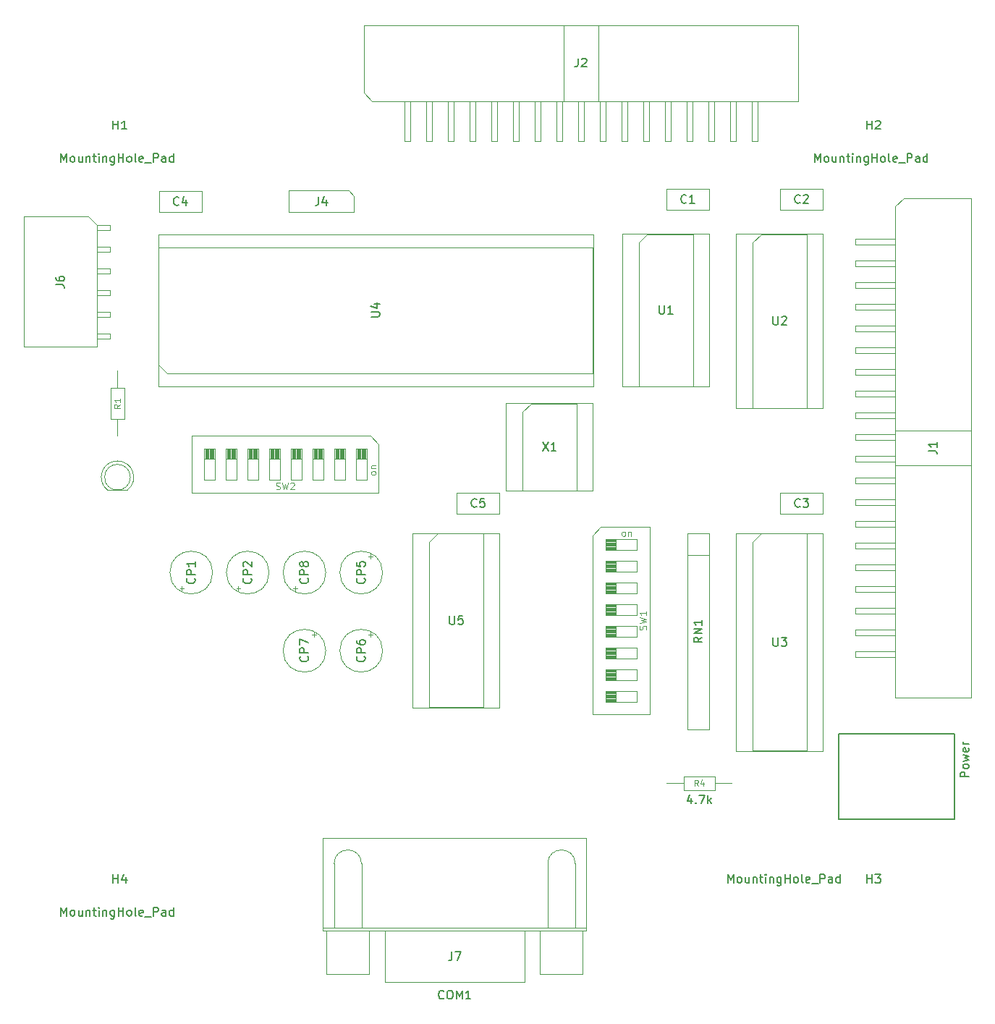
<source format=gbr>
%TF.GenerationSoftware,KiCad,Pcbnew,8.0.4*%
%TF.CreationDate,2024-09-09T16:13:34+02:00*%
%TF.ProjectId,serial_io_board,73657269-616c-45f6-996f-5f626f617264,1.8*%
%TF.SameCoordinates,Original*%
%TF.FileFunction,AssemblyDrawing,Top*%
%FSLAX46Y46*%
G04 Gerber Fmt 4.6, Leading zero omitted, Abs format (unit mm)*
G04 Created by KiCad (PCBNEW 8.0.4) date 2024-09-09 16:13:34*
%MOMM*%
%LPD*%
G01*
G04 APERTURE LIST*
%ADD10C,0.150000*%
%ADD11C,0.108000*%
%ADD12C,0.120000*%
%ADD13C,0.100000*%
%ADD14C,0.127000*%
G04 APERTURE END LIST*
D10*
X92353095Y-50010819D02*
X92353095Y-50820342D01*
X92353095Y-50820342D02*
X92400714Y-50915580D01*
X92400714Y-50915580D02*
X92448333Y-50963200D01*
X92448333Y-50963200D02*
X92543571Y-51010819D01*
X92543571Y-51010819D02*
X92734047Y-51010819D01*
X92734047Y-51010819D02*
X92829285Y-50963200D01*
X92829285Y-50963200D02*
X92876904Y-50915580D01*
X92876904Y-50915580D02*
X92924523Y-50820342D01*
X92924523Y-50820342D02*
X92924523Y-50010819D01*
X93924523Y-51010819D02*
X93353095Y-51010819D01*
X93638809Y-51010819D02*
X93638809Y-50010819D01*
X93638809Y-50010819D02*
X93543571Y-50153676D01*
X93543571Y-50153676D02*
X93448333Y-50248914D01*
X93448333Y-50248914D02*
X93353095Y-50296533D01*
X96099428Y-107626152D02*
X96099428Y-108292819D01*
X95861333Y-107245200D02*
X95623238Y-107959485D01*
X95623238Y-107959485D02*
X96242285Y-107959485D01*
X96623238Y-108197580D02*
X96670857Y-108245200D01*
X96670857Y-108245200D02*
X96623238Y-108292819D01*
X96623238Y-108292819D02*
X96575619Y-108245200D01*
X96575619Y-108245200D02*
X96623238Y-108197580D01*
X96623238Y-108197580D02*
X96623238Y-108292819D01*
X97004190Y-107292819D02*
X97670856Y-107292819D01*
X97670856Y-107292819D02*
X97242285Y-108292819D01*
X98051809Y-108292819D02*
X98051809Y-107292819D01*
X98147047Y-107911866D02*
X98432761Y-108292819D01*
X98432761Y-107626152D02*
X98051809Y-108007104D01*
D11*
X96908000Y-106245469D02*
X96668000Y-105902612D01*
X96496571Y-106245469D02*
X96496571Y-105525469D01*
X96496571Y-105525469D02*
X96770857Y-105525469D01*
X96770857Y-105525469D02*
X96839428Y-105559755D01*
X96839428Y-105559755D02*
X96873714Y-105594041D01*
X96873714Y-105594041D02*
X96908000Y-105662612D01*
X96908000Y-105662612D02*
X96908000Y-105765469D01*
X96908000Y-105765469D02*
X96873714Y-105834041D01*
X96873714Y-105834041D02*
X96839428Y-105868326D01*
X96839428Y-105868326D02*
X96770857Y-105902612D01*
X96770857Y-105902612D02*
X96496571Y-105902612D01*
X97525143Y-105765469D02*
X97525143Y-106245469D01*
X97353714Y-105491184D02*
X97182285Y-106005469D01*
X97182285Y-106005469D02*
X97628000Y-106005469D01*
D10*
X22353571Y-33229819D02*
X22353571Y-32229819D01*
X22353571Y-32229819D02*
X22686904Y-32944104D01*
X22686904Y-32944104D02*
X23020237Y-32229819D01*
X23020237Y-32229819D02*
X23020237Y-33229819D01*
X23639285Y-33229819D02*
X23544047Y-33182200D01*
X23544047Y-33182200D02*
X23496428Y-33134580D01*
X23496428Y-33134580D02*
X23448809Y-33039342D01*
X23448809Y-33039342D02*
X23448809Y-32753628D01*
X23448809Y-32753628D02*
X23496428Y-32658390D01*
X23496428Y-32658390D02*
X23544047Y-32610771D01*
X23544047Y-32610771D02*
X23639285Y-32563152D01*
X23639285Y-32563152D02*
X23782142Y-32563152D01*
X23782142Y-32563152D02*
X23877380Y-32610771D01*
X23877380Y-32610771D02*
X23924999Y-32658390D01*
X23924999Y-32658390D02*
X23972618Y-32753628D01*
X23972618Y-32753628D02*
X23972618Y-33039342D01*
X23972618Y-33039342D02*
X23924999Y-33134580D01*
X23924999Y-33134580D02*
X23877380Y-33182200D01*
X23877380Y-33182200D02*
X23782142Y-33229819D01*
X23782142Y-33229819D02*
X23639285Y-33229819D01*
X24829761Y-32563152D02*
X24829761Y-33229819D01*
X24401190Y-32563152D02*
X24401190Y-33086961D01*
X24401190Y-33086961D02*
X24448809Y-33182200D01*
X24448809Y-33182200D02*
X24544047Y-33229819D01*
X24544047Y-33229819D02*
X24686904Y-33229819D01*
X24686904Y-33229819D02*
X24782142Y-33182200D01*
X24782142Y-33182200D02*
X24829761Y-33134580D01*
X25305952Y-32563152D02*
X25305952Y-33229819D01*
X25305952Y-32658390D02*
X25353571Y-32610771D01*
X25353571Y-32610771D02*
X25448809Y-32563152D01*
X25448809Y-32563152D02*
X25591666Y-32563152D01*
X25591666Y-32563152D02*
X25686904Y-32610771D01*
X25686904Y-32610771D02*
X25734523Y-32706009D01*
X25734523Y-32706009D02*
X25734523Y-33229819D01*
X26067857Y-32563152D02*
X26448809Y-32563152D01*
X26210714Y-32229819D02*
X26210714Y-33086961D01*
X26210714Y-33086961D02*
X26258333Y-33182200D01*
X26258333Y-33182200D02*
X26353571Y-33229819D01*
X26353571Y-33229819D02*
X26448809Y-33229819D01*
X26782143Y-33229819D02*
X26782143Y-32563152D01*
X26782143Y-32229819D02*
X26734524Y-32277438D01*
X26734524Y-32277438D02*
X26782143Y-32325057D01*
X26782143Y-32325057D02*
X26829762Y-32277438D01*
X26829762Y-32277438D02*
X26782143Y-32229819D01*
X26782143Y-32229819D02*
X26782143Y-32325057D01*
X27258333Y-32563152D02*
X27258333Y-33229819D01*
X27258333Y-32658390D02*
X27305952Y-32610771D01*
X27305952Y-32610771D02*
X27401190Y-32563152D01*
X27401190Y-32563152D02*
X27544047Y-32563152D01*
X27544047Y-32563152D02*
X27639285Y-32610771D01*
X27639285Y-32610771D02*
X27686904Y-32706009D01*
X27686904Y-32706009D02*
X27686904Y-33229819D01*
X28591666Y-32563152D02*
X28591666Y-33372676D01*
X28591666Y-33372676D02*
X28544047Y-33467914D01*
X28544047Y-33467914D02*
X28496428Y-33515533D01*
X28496428Y-33515533D02*
X28401190Y-33563152D01*
X28401190Y-33563152D02*
X28258333Y-33563152D01*
X28258333Y-33563152D02*
X28163095Y-33515533D01*
X28591666Y-33182200D02*
X28496428Y-33229819D01*
X28496428Y-33229819D02*
X28305952Y-33229819D01*
X28305952Y-33229819D02*
X28210714Y-33182200D01*
X28210714Y-33182200D02*
X28163095Y-33134580D01*
X28163095Y-33134580D02*
X28115476Y-33039342D01*
X28115476Y-33039342D02*
X28115476Y-32753628D01*
X28115476Y-32753628D02*
X28163095Y-32658390D01*
X28163095Y-32658390D02*
X28210714Y-32610771D01*
X28210714Y-32610771D02*
X28305952Y-32563152D01*
X28305952Y-32563152D02*
X28496428Y-32563152D01*
X28496428Y-32563152D02*
X28591666Y-32610771D01*
X29067857Y-33229819D02*
X29067857Y-32229819D01*
X29067857Y-32706009D02*
X29639285Y-32706009D01*
X29639285Y-33229819D02*
X29639285Y-32229819D01*
X30258333Y-33229819D02*
X30163095Y-33182200D01*
X30163095Y-33182200D02*
X30115476Y-33134580D01*
X30115476Y-33134580D02*
X30067857Y-33039342D01*
X30067857Y-33039342D02*
X30067857Y-32753628D01*
X30067857Y-32753628D02*
X30115476Y-32658390D01*
X30115476Y-32658390D02*
X30163095Y-32610771D01*
X30163095Y-32610771D02*
X30258333Y-32563152D01*
X30258333Y-32563152D02*
X30401190Y-32563152D01*
X30401190Y-32563152D02*
X30496428Y-32610771D01*
X30496428Y-32610771D02*
X30544047Y-32658390D01*
X30544047Y-32658390D02*
X30591666Y-32753628D01*
X30591666Y-32753628D02*
X30591666Y-33039342D01*
X30591666Y-33039342D02*
X30544047Y-33134580D01*
X30544047Y-33134580D02*
X30496428Y-33182200D01*
X30496428Y-33182200D02*
X30401190Y-33229819D01*
X30401190Y-33229819D02*
X30258333Y-33229819D01*
X31163095Y-33229819D02*
X31067857Y-33182200D01*
X31067857Y-33182200D02*
X31020238Y-33086961D01*
X31020238Y-33086961D02*
X31020238Y-32229819D01*
X31925000Y-33182200D02*
X31829762Y-33229819D01*
X31829762Y-33229819D02*
X31639286Y-33229819D01*
X31639286Y-33229819D02*
X31544048Y-33182200D01*
X31544048Y-33182200D02*
X31496429Y-33086961D01*
X31496429Y-33086961D02*
X31496429Y-32706009D01*
X31496429Y-32706009D02*
X31544048Y-32610771D01*
X31544048Y-32610771D02*
X31639286Y-32563152D01*
X31639286Y-32563152D02*
X31829762Y-32563152D01*
X31829762Y-32563152D02*
X31925000Y-32610771D01*
X31925000Y-32610771D02*
X31972619Y-32706009D01*
X31972619Y-32706009D02*
X31972619Y-32801247D01*
X31972619Y-32801247D02*
X31496429Y-32896485D01*
X32163096Y-33325057D02*
X32925000Y-33325057D01*
X33163096Y-33229819D02*
X33163096Y-32229819D01*
X33163096Y-32229819D02*
X33544048Y-32229819D01*
X33544048Y-32229819D02*
X33639286Y-32277438D01*
X33639286Y-32277438D02*
X33686905Y-32325057D01*
X33686905Y-32325057D02*
X33734524Y-32420295D01*
X33734524Y-32420295D02*
X33734524Y-32563152D01*
X33734524Y-32563152D02*
X33686905Y-32658390D01*
X33686905Y-32658390D02*
X33639286Y-32706009D01*
X33639286Y-32706009D02*
X33544048Y-32753628D01*
X33544048Y-32753628D02*
X33163096Y-32753628D01*
X34591667Y-33229819D02*
X34591667Y-32706009D01*
X34591667Y-32706009D02*
X34544048Y-32610771D01*
X34544048Y-32610771D02*
X34448810Y-32563152D01*
X34448810Y-32563152D02*
X34258334Y-32563152D01*
X34258334Y-32563152D02*
X34163096Y-32610771D01*
X34591667Y-33182200D02*
X34496429Y-33229819D01*
X34496429Y-33229819D02*
X34258334Y-33229819D01*
X34258334Y-33229819D02*
X34163096Y-33182200D01*
X34163096Y-33182200D02*
X34115477Y-33086961D01*
X34115477Y-33086961D02*
X34115477Y-32991723D01*
X34115477Y-32991723D02*
X34163096Y-32896485D01*
X34163096Y-32896485D02*
X34258334Y-32848866D01*
X34258334Y-32848866D02*
X34496429Y-32848866D01*
X34496429Y-32848866D02*
X34591667Y-32801247D01*
X35496429Y-33229819D02*
X35496429Y-32229819D01*
X35496429Y-33182200D02*
X35401191Y-33229819D01*
X35401191Y-33229819D02*
X35210715Y-33229819D01*
X35210715Y-33229819D02*
X35115477Y-33182200D01*
X35115477Y-33182200D02*
X35067858Y-33134580D01*
X35067858Y-33134580D02*
X35020239Y-33039342D01*
X35020239Y-33039342D02*
X35020239Y-32753628D01*
X35020239Y-32753628D02*
X35067858Y-32658390D01*
X35067858Y-32658390D02*
X35115477Y-32610771D01*
X35115477Y-32610771D02*
X35210715Y-32563152D01*
X35210715Y-32563152D02*
X35401191Y-32563152D01*
X35401191Y-32563152D02*
X35496429Y-32610771D01*
X28463095Y-29379819D02*
X28463095Y-28379819D01*
X28463095Y-28856009D02*
X29034523Y-28856009D01*
X29034523Y-29379819D02*
X29034523Y-28379819D01*
X30034523Y-29379819D02*
X29463095Y-29379819D01*
X29748809Y-29379819D02*
X29748809Y-28379819D01*
X29748809Y-28379819D02*
X29653571Y-28522676D01*
X29653571Y-28522676D02*
X29558333Y-28617914D01*
X29558333Y-28617914D02*
X29463095Y-28665533D01*
X57835580Y-81926666D02*
X57883200Y-81974285D01*
X57883200Y-81974285D02*
X57930819Y-82117142D01*
X57930819Y-82117142D02*
X57930819Y-82212380D01*
X57930819Y-82212380D02*
X57883200Y-82355237D01*
X57883200Y-82355237D02*
X57787961Y-82450475D01*
X57787961Y-82450475D02*
X57692723Y-82498094D01*
X57692723Y-82498094D02*
X57502247Y-82545713D01*
X57502247Y-82545713D02*
X57359390Y-82545713D01*
X57359390Y-82545713D02*
X57168914Y-82498094D01*
X57168914Y-82498094D02*
X57073676Y-82450475D01*
X57073676Y-82450475D02*
X56978438Y-82355237D01*
X56978438Y-82355237D02*
X56930819Y-82212380D01*
X56930819Y-82212380D02*
X56930819Y-82117142D01*
X56930819Y-82117142D02*
X56978438Y-81974285D01*
X56978438Y-81974285D02*
X57026057Y-81926666D01*
X57930819Y-81498094D02*
X56930819Y-81498094D01*
X56930819Y-81498094D02*
X56930819Y-81117142D01*
X56930819Y-81117142D02*
X56978438Y-81021904D01*
X56978438Y-81021904D02*
X57026057Y-80974285D01*
X57026057Y-80974285D02*
X57121295Y-80926666D01*
X57121295Y-80926666D02*
X57264152Y-80926666D01*
X57264152Y-80926666D02*
X57359390Y-80974285D01*
X57359390Y-80974285D02*
X57407009Y-81021904D01*
X57407009Y-81021904D02*
X57454628Y-81117142D01*
X57454628Y-81117142D02*
X57454628Y-81498094D01*
X56930819Y-80021904D02*
X56930819Y-80498094D01*
X56930819Y-80498094D02*
X57407009Y-80545713D01*
X57407009Y-80545713D02*
X57359390Y-80498094D01*
X57359390Y-80498094D02*
X57311771Y-80402856D01*
X57311771Y-80402856D02*
X57311771Y-80164761D01*
X57311771Y-80164761D02*
X57359390Y-80069523D01*
X57359390Y-80069523D02*
X57407009Y-80021904D01*
X57407009Y-80021904D02*
X57502247Y-79974285D01*
X57502247Y-79974285D02*
X57740342Y-79974285D01*
X57740342Y-79974285D02*
X57835580Y-80021904D01*
X57835580Y-80021904D02*
X57883200Y-80069523D01*
X57883200Y-80069523D02*
X57930819Y-80164761D01*
X57930819Y-80164761D02*
X57930819Y-80402856D01*
X57930819Y-80402856D02*
X57883200Y-80498094D01*
X57883200Y-80498094D02*
X57835580Y-80545713D01*
X37951580Y-81926666D02*
X37999200Y-81974285D01*
X37999200Y-81974285D02*
X38046819Y-82117142D01*
X38046819Y-82117142D02*
X38046819Y-82212380D01*
X38046819Y-82212380D02*
X37999200Y-82355237D01*
X37999200Y-82355237D02*
X37903961Y-82450475D01*
X37903961Y-82450475D02*
X37808723Y-82498094D01*
X37808723Y-82498094D02*
X37618247Y-82545713D01*
X37618247Y-82545713D02*
X37475390Y-82545713D01*
X37475390Y-82545713D02*
X37284914Y-82498094D01*
X37284914Y-82498094D02*
X37189676Y-82450475D01*
X37189676Y-82450475D02*
X37094438Y-82355237D01*
X37094438Y-82355237D02*
X37046819Y-82212380D01*
X37046819Y-82212380D02*
X37046819Y-82117142D01*
X37046819Y-82117142D02*
X37094438Y-81974285D01*
X37094438Y-81974285D02*
X37142057Y-81926666D01*
X38046819Y-81498094D02*
X37046819Y-81498094D01*
X37046819Y-81498094D02*
X37046819Y-81117142D01*
X37046819Y-81117142D02*
X37094438Y-81021904D01*
X37094438Y-81021904D02*
X37142057Y-80974285D01*
X37142057Y-80974285D02*
X37237295Y-80926666D01*
X37237295Y-80926666D02*
X37380152Y-80926666D01*
X37380152Y-80926666D02*
X37475390Y-80974285D01*
X37475390Y-80974285D02*
X37523009Y-81021904D01*
X37523009Y-81021904D02*
X37570628Y-81117142D01*
X37570628Y-81117142D02*
X37570628Y-81498094D01*
X38046819Y-79974285D02*
X38046819Y-80545713D01*
X38046819Y-80259999D02*
X37046819Y-80259999D01*
X37046819Y-80259999D02*
X37189676Y-80355237D01*
X37189676Y-80355237D02*
X37284914Y-80450475D01*
X37284914Y-80450475D02*
X37332533Y-80545713D01*
X78692476Y-66012819D02*
X79359142Y-67012819D01*
X79359142Y-66012819D02*
X78692476Y-67012819D01*
X80263904Y-67012819D02*
X79692476Y-67012819D01*
X79978190Y-67012819D02*
X79978190Y-66012819D01*
X79978190Y-66012819D02*
X79882952Y-66155676D01*
X79882952Y-66155676D02*
X79787714Y-66250914D01*
X79787714Y-66250914D02*
X79692476Y-66298533D01*
X70973333Y-73511580D02*
X70925714Y-73559200D01*
X70925714Y-73559200D02*
X70782857Y-73606819D01*
X70782857Y-73606819D02*
X70687619Y-73606819D01*
X70687619Y-73606819D02*
X70544762Y-73559200D01*
X70544762Y-73559200D02*
X70449524Y-73463961D01*
X70449524Y-73463961D02*
X70401905Y-73368723D01*
X70401905Y-73368723D02*
X70354286Y-73178247D01*
X70354286Y-73178247D02*
X70354286Y-73035390D01*
X70354286Y-73035390D02*
X70401905Y-72844914D01*
X70401905Y-72844914D02*
X70449524Y-72749676D01*
X70449524Y-72749676D02*
X70544762Y-72654438D01*
X70544762Y-72654438D02*
X70687619Y-72606819D01*
X70687619Y-72606819D02*
X70782857Y-72606819D01*
X70782857Y-72606819D02*
X70925714Y-72654438D01*
X70925714Y-72654438D02*
X70973333Y-72702057D01*
X71878095Y-72606819D02*
X71401905Y-72606819D01*
X71401905Y-72606819D02*
X71354286Y-73083009D01*
X71354286Y-73083009D02*
X71401905Y-73035390D01*
X71401905Y-73035390D02*
X71497143Y-72987771D01*
X71497143Y-72987771D02*
X71735238Y-72987771D01*
X71735238Y-72987771D02*
X71830476Y-73035390D01*
X71830476Y-73035390D02*
X71878095Y-73083009D01*
X71878095Y-73083009D02*
X71925714Y-73178247D01*
X71925714Y-73178247D02*
X71925714Y-73416342D01*
X71925714Y-73416342D02*
X71878095Y-73511580D01*
X71878095Y-73511580D02*
X71830476Y-73559200D01*
X71830476Y-73559200D02*
X71735238Y-73606819D01*
X71735238Y-73606819D02*
X71497143Y-73606819D01*
X71497143Y-73606819D02*
X71401905Y-73559200D01*
X71401905Y-73559200D02*
X71354286Y-73511580D01*
X97379819Y-88828476D02*
X96903628Y-89161809D01*
X97379819Y-89399904D02*
X96379819Y-89399904D01*
X96379819Y-89399904D02*
X96379819Y-89018952D01*
X96379819Y-89018952D02*
X96427438Y-88923714D01*
X96427438Y-88923714D02*
X96475057Y-88876095D01*
X96475057Y-88876095D02*
X96570295Y-88828476D01*
X96570295Y-88828476D02*
X96713152Y-88828476D01*
X96713152Y-88828476D02*
X96808390Y-88876095D01*
X96808390Y-88876095D02*
X96856009Y-88923714D01*
X96856009Y-88923714D02*
X96903628Y-89018952D01*
X96903628Y-89018952D02*
X96903628Y-89399904D01*
X97379819Y-88399904D02*
X96379819Y-88399904D01*
X96379819Y-88399904D02*
X97379819Y-87828476D01*
X97379819Y-87828476D02*
X96379819Y-87828476D01*
X97379819Y-86828476D02*
X97379819Y-87399904D01*
X97379819Y-87114190D02*
X96379819Y-87114190D01*
X96379819Y-87114190D02*
X96522676Y-87209428D01*
X96522676Y-87209428D02*
X96617914Y-87304666D01*
X96617914Y-87304666D02*
X96665533Y-87399904D01*
X52498666Y-37300819D02*
X52498666Y-38015104D01*
X52498666Y-38015104D02*
X52451047Y-38157961D01*
X52451047Y-38157961D02*
X52355809Y-38253200D01*
X52355809Y-38253200D02*
X52212952Y-38300819D01*
X52212952Y-38300819D02*
X52117714Y-38300819D01*
X53403428Y-37634152D02*
X53403428Y-38300819D01*
X53165333Y-37253200D02*
X52927238Y-37967485D01*
X52927238Y-37967485D02*
X53546285Y-37967485D01*
X67143095Y-131055580D02*
X67095476Y-131103200D01*
X67095476Y-131103200D02*
X66952619Y-131150819D01*
X66952619Y-131150819D02*
X66857381Y-131150819D01*
X66857381Y-131150819D02*
X66714524Y-131103200D01*
X66714524Y-131103200D02*
X66619286Y-131007961D01*
X66619286Y-131007961D02*
X66571667Y-130912723D01*
X66571667Y-130912723D02*
X66524048Y-130722247D01*
X66524048Y-130722247D02*
X66524048Y-130579390D01*
X66524048Y-130579390D02*
X66571667Y-130388914D01*
X66571667Y-130388914D02*
X66619286Y-130293676D01*
X66619286Y-130293676D02*
X66714524Y-130198438D01*
X66714524Y-130198438D02*
X66857381Y-130150819D01*
X66857381Y-130150819D02*
X66952619Y-130150819D01*
X66952619Y-130150819D02*
X67095476Y-130198438D01*
X67095476Y-130198438D02*
X67143095Y-130246057D01*
X67762143Y-130150819D02*
X67952619Y-130150819D01*
X67952619Y-130150819D02*
X68047857Y-130198438D01*
X68047857Y-130198438D02*
X68143095Y-130293676D01*
X68143095Y-130293676D02*
X68190714Y-130484152D01*
X68190714Y-130484152D02*
X68190714Y-130817485D01*
X68190714Y-130817485D02*
X68143095Y-131007961D01*
X68143095Y-131007961D02*
X68047857Y-131103200D01*
X68047857Y-131103200D02*
X67952619Y-131150819D01*
X67952619Y-131150819D02*
X67762143Y-131150819D01*
X67762143Y-131150819D02*
X67666905Y-131103200D01*
X67666905Y-131103200D02*
X67571667Y-131007961D01*
X67571667Y-131007961D02*
X67524048Y-130817485D01*
X67524048Y-130817485D02*
X67524048Y-130484152D01*
X67524048Y-130484152D02*
X67571667Y-130293676D01*
X67571667Y-130293676D02*
X67666905Y-130198438D01*
X67666905Y-130198438D02*
X67762143Y-130150819D01*
X68619286Y-131150819D02*
X68619286Y-130150819D01*
X68619286Y-130150819D02*
X68952619Y-130865104D01*
X68952619Y-130865104D02*
X69285952Y-130150819D01*
X69285952Y-130150819D02*
X69285952Y-131150819D01*
X70285952Y-131150819D02*
X69714524Y-131150819D01*
X70000238Y-131150819D02*
X70000238Y-130150819D01*
X70000238Y-130150819D02*
X69905000Y-130293676D01*
X69905000Y-130293676D02*
X69809762Y-130388914D01*
X69809762Y-130388914D02*
X69714524Y-130436533D01*
X68071666Y-125650819D02*
X68071666Y-126365104D01*
X68071666Y-126365104D02*
X68024047Y-126507961D01*
X68024047Y-126507961D02*
X67928809Y-126603200D01*
X67928809Y-126603200D02*
X67785952Y-126650819D01*
X67785952Y-126650819D02*
X67690714Y-126650819D01*
X68452619Y-125650819D02*
X69119285Y-125650819D01*
X69119285Y-125650819D02*
X68690714Y-126650819D01*
D11*
X29283469Y-61587999D02*
X28940612Y-61827999D01*
X29283469Y-61999428D02*
X28563469Y-61999428D01*
X28563469Y-61999428D02*
X28563469Y-61725142D01*
X28563469Y-61725142D02*
X28597755Y-61656571D01*
X28597755Y-61656571D02*
X28632041Y-61622285D01*
X28632041Y-61622285D02*
X28700612Y-61587999D01*
X28700612Y-61587999D02*
X28803469Y-61587999D01*
X28803469Y-61587999D02*
X28872041Y-61622285D01*
X28872041Y-61622285D02*
X28906326Y-61656571D01*
X28906326Y-61656571D02*
X28940612Y-61725142D01*
X28940612Y-61725142D02*
X28940612Y-61999428D01*
X29283469Y-60902285D02*
X29283469Y-61313714D01*
X29283469Y-61107999D02*
X28563469Y-61107999D01*
X28563469Y-61107999D02*
X28666326Y-61176571D01*
X28666326Y-61176571D02*
X28734898Y-61245142D01*
X28734898Y-61245142D02*
X28769184Y-61313714D01*
D10*
X110553571Y-33229819D02*
X110553571Y-32229819D01*
X110553571Y-32229819D02*
X110886904Y-32944104D01*
X110886904Y-32944104D02*
X111220237Y-32229819D01*
X111220237Y-32229819D02*
X111220237Y-33229819D01*
X111839285Y-33229819D02*
X111744047Y-33182200D01*
X111744047Y-33182200D02*
X111696428Y-33134580D01*
X111696428Y-33134580D02*
X111648809Y-33039342D01*
X111648809Y-33039342D02*
X111648809Y-32753628D01*
X111648809Y-32753628D02*
X111696428Y-32658390D01*
X111696428Y-32658390D02*
X111744047Y-32610771D01*
X111744047Y-32610771D02*
X111839285Y-32563152D01*
X111839285Y-32563152D02*
X111982142Y-32563152D01*
X111982142Y-32563152D02*
X112077380Y-32610771D01*
X112077380Y-32610771D02*
X112124999Y-32658390D01*
X112124999Y-32658390D02*
X112172618Y-32753628D01*
X112172618Y-32753628D02*
X112172618Y-33039342D01*
X112172618Y-33039342D02*
X112124999Y-33134580D01*
X112124999Y-33134580D02*
X112077380Y-33182200D01*
X112077380Y-33182200D02*
X111982142Y-33229819D01*
X111982142Y-33229819D02*
X111839285Y-33229819D01*
X113029761Y-32563152D02*
X113029761Y-33229819D01*
X112601190Y-32563152D02*
X112601190Y-33086961D01*
X112601190Y-33086961D02*
X112648809Y-33182200D01*
X112648809Y-33182200D02*
X112744047Y-33229819D01*
X112744047Y-33229819D02*
X112886904Y-33229819D01*
X112886904Y-33229819D02*
X112982142Y-33182200D01*
X112982142Y-33182200D02*
X113029761Y-33134580D01*
X113505952Y-32563152D02*
X113505952Y-33229819D01*
X113505952Y-32658390D02*
X113553571Y-32610771D01*
X113553571Y-32610771D02*
X113648809Y-32563152D01*
X113648809Y-32563152D02*
X113791666Y-32563152D01*
X113791666Y-32563152D02*
X113886904Y-32610771D01*
X113886904Y-32610771D02*
X113934523Y-32706009D01*
X113934523Y-32706009D02*
X113934523Y-33229819D01*
X114267857Y-32563152D02*
X114648809Y-32563152D01*
X114410714Y-32229819D02*
X114410714Y-33086961D01*
X114410714Y-33086961D02*
X114458333Y-33182200D01*
X114458333Y-33182200D02*
X114553571Y-33229819D01*
X114553571Y-33229819D02*
X114648809Y-33229819D01*
X114982143Y-33229819D02*
X114982143Y-32563152D01*
X114982143Y-32229819D02*
X114934524Y-32277438D01*
X114934524Y-32277438D02*
X114982143Y-32325057D01*
X114982143Y-32325057D02*
X115029762Y-32277438D01*
X115029762Y-32277438D02*
X114982143Y-32229819D01*
X114982143Y-32229819D02*
X114982143Y-32325057D01*
X115458333Y-32563152D02*
X115458333Y-33229819D01*
X115458333Y-32658390D02*
X115505952Y-32610771D01*
X115505952Y-32610771D02*
X115601190Y-32563152D01*
X115601190Y-32563152D02*
X115744047Y-32563152D01*
X115744047Y-32563152D02*
X115839285Y-32610771D01*
X115839285Y-32610771D02*
X115886904Y-32706009D01*
X115886904Y-32706009D02*
X115886904Y-33229819D01*
X116791666Y-32563152D02*
X116791666Y-33372676D01*
X116791666Y-33372676D02*
X116744047Y-33467914D01*
X116744047Y-33467914D02*
X116696428Y-33515533D01*
X116696428Y-33515533D02*
X116601190Y-33563152D01*
X116601190Y-33563152D02*
X116458333Y-33563152D01*
X116458333Y-33563152D02*
X116363095Y-33515533D01*
X116791666Y-33182200D02*
X116696428Y-33229819D01*
X116696428Y-33229819D02*
X116505952Y-33229819D01*
X116505952Y-33229819D02*
X116410714Y-33182200D01*
X116410714Y-33182200D02*
X116363095Y-33134580D01*
X116363095Y-33134580D02*
X116315476Y-33039342D01*
X116315476Y-33039342D02*
X116315476Y-32753628D01*
X116315476Y-32753628D02*
X116363095Y-32658390D01*
X116363095Y-32658390D02*
X116410714Y-32610771D01*
X116410714Y-32610771D02*
X116505952Y-32563152D01*
X116505952Y-32563152D02*
X116696428Y-32563152D01*
X116696428Y-32563152D02*
X116791666Y-32610771D01*
X117267857Y-33229819D02*
X117267857Y-32229819D01*
X117267857Y-32706009D02*
X117839285Y-32706009D01*
X117839285Y-33229819D02*
X117839285Y-32229819D01*
X118458333Y-33229819D02*
X118363095Y-33182200D01*
X118363095Y-33182200D02*
X118315476Y-33134580D01*
X118315476Y-33134580D02*
X118267857Y-33039342D01*
X118267857Y-33039342D02*
X118267857Y-32753628D01*
X118267857Y-32753628D02*
X118315476Y-32658390D01*
X118315476Y-32658390D02*
X118363095Y-32610771D01*
X118363095Y-32610771D02*
X118458333Y-32563152D01*
X118458333Y-32563152D02*
X118601190Y-32563152D01*
X118601190Y-32563152D02*
X118696428Y-32610771D01*
X118696428Y-32610771D02*
X118744047Y-32658390D01*
X118744047Y-32658390D02*
X118791666Y-32753628D01*
X118791666Y-32753628D02*
X118791666Y-33039342D01*
X118791666Y-33039342D02*
X118744047Y-33134580D01*
X118744047Y-33134580D02*
X118696428Y-33182200D01*
X118696428Y-33182200D02*
X118601190Y-33229819D01*
X118601190Y-33229819D02*
X118458333Y-33229819D01*
X119363095Y-33229819D02*
X119267857Y-33182200D01*
X119267857Y-33182200D02*
X119220238Y-33086961D01*
X119220238Y-33086961D02*
X119220238Y-32229819D01*
X120125000Y-33182200D02*
X120029762Y-33229819D01*
X120029762Y-33229819D02*
X119839286Y-33229819D01*
X119839286Y-33229819D02*
X119744048Y-33182200D01*
X119744048Y-33182200D02*
X119696429Y-33086961D01*
X119696429Y-33086961D02*
X119696429Y-32706009D01*
X119696429Y-32706009D02*
X119744048Y-32610771D01*
X119744048Y-32610771D02*
X119839286Y-32563152D01*
X119839286Y-32563152D02*
X120029762Y-32563152D01*
X120029762Y-32563152D02*
X120125000Y-32610771D01*
X120125000Y-32610771D02*
X120172619Y-32706009D01*
X120172619Y-32706009D02*
X120172619Y-32801247D01*
X120172619Y-32801247D02*
X119696429Y-32896485D01*
X120363096Y-33325057D02*
X121125000Y-33325057D01*
X121363096Y-33229819D02*
X121363096Y-32229819D01*
X121363096Y-32229819D02*
X121744048Y-32229819D01*
X121744048Y-32229819D02*
X121839286Y-32277438D01*
X121839286Y-32277438D02*
X121886905Y-32325057D01*
X121886905Y-32325057D02*
X121934524Y-32420295D01*
X121934524Y-32420295D02*
X121934524Y-32563152D01*
X121934524Y-32563152D02*
X121886905Y-32658390D01*
X121886905Y-32658390D02*
X121839286Y-32706009D01*
X121839286Y-32706009D02*
X121744048Y-32753628D01*
X121744048Y-32753628D02*
X121363096Y-32753628D01*
X122791667Y-33229819D02*
X122791667Y-32706009D01*
X122791667Y-32706009D02*
X122744048Y-32610771D01*
X122744048Y-32610771D02*
X122648810Y-32563152D01*
X122648810Y-32563152D02*
X122458334Y-32563152D01*
X122458334Y-32563152D02*
X122363096Y-32610771D01*
X122791667Y-33182200D02*
X122696429Y-33229819D01*
X122696429Y-33229819D02*
X122458334Y-33229819D01*
X122458334Y-33229819D02*
X122363096Y-33182200D01*
X122363096Y-33182200D02*
X122315477Y-33086961D01*
X122315477Y-33086961D02*
X122315477Y-32991723D01*
X122315477Y-32991723D02*
X122363096Y-32896485D01*
X122363096Y-32896485D02*
X122458334Y-32848866D01*
X122458334Y-32848866D02*
X122696429Y-32848866D01*
X122696429Y-32848866D02*
X122791667Y-32801247D01*
X123696429Y-33229819D02*
X123696429Y-32229819D01*
X123696429Y-33182200D02*
X123601191Y-33229819D01*
X123601191Y-33229819D02*
X123410715Y-33229819D01*
X123410715Y-33229819D02*
X123315477Y-33182200D01*
X123315477Y-33182200D02*
X123267858Y-33134580D01*
X123267858Y-33134580D02*
X123220239Y-33039342D01*
X123220239Y-33039342D02*
X123220239Y-32753628D01*
X123220239Y-32753628D02*
X123267858Y-32658390D01*
X123267858Y-32658390D02*
X123315477Y-32610771D01*
X123315477Y-32610771D02*
X123410715Y-32563152D01*
X123410715Y-32563152D02*
X123601191Y-32563152D01*
X123601191Y-32563152D02*
X123696429Y-32610771D01*
X116663095Y-29379819D02*
X116663095Y-28379819D01*
X116663095Y-28856009D02*
X117234523Y-28856009D01*
X117234523Y-29379819D02*
X117234523Y-28379819D01*
X117663095Y-28475057D02*
X117710714Y-28427438D01*
X117710714Y-28427438D02*
X117805952Y-28379819D01*
X117805952Y-28379819D02*
X118044047Y-28379819D01*
X118044047Y-28379819D02*
X118139285Y-28427438D01*
X118139285Y-28427438D02*
X118186904Y-28475057D01*
X118186904Y-28475057D02*
X118234523Y-28570295D01*
X118234523Y-28570295D02*
X118234523Y-28665533D01*
X118234523Y-28665533D02*
X118186904Y-28808390D01*
X118186904Y-28808390D02*
X117615476Y-29379819D01*
X117615476Y-29379819D02*
X118234523Y-29379819D01*
X57835580Y-91070666D02*
X57883200Y-91118285D01*
X57883200Y-91118285D02*
X57930819Y-91261142D01*
X57930819Y-91261142D02*
X57930819Y-91356380D01*
X57930819Y-91356380D02*
X57883200Y-91499237D01*
X57883200Y-91499237D02*
X57787961Y-91594475D01*
X57787961Y-91594475D02*
X57692723Y-91642094D01*
X57692723Y-91642094D02*
X57502247Y-91689713D01*
X57502247Y-91689713D02*
X57359390Y-91689713D01*
X57359390Y-91689713D02*
X57168914Y-91642094D01*
X57168914Y-91642094D02*
X57073676Y-91594475D01*
X57073676Y-91594475D02*
X56978438Y-91499237D01*
X56978438Y-91499237D02*
X56930819Y-91356380D01*
X56930819Y-91356380D02*
X56930819Y-91261142D01*
X56930819Y-91261142D02*
X56978438Y-91118285D01*
X56978438Y-91118285D02*
X57026057Y-91070666D01*
X57930819Y-90642094D02*
X56930819Y-90642094D01*
X56930819Y-90642094D02*
X56930819Y-90261142D01*
X56930819Y-90261142D02*
X56978438Y-90165904D01*
X56978438Y-90165904D02*
X57026057Y-90118285D01*
X57026057Y-90118285D02*
X57121295Y-90070666D01*
X57121295Y-90070666D02*
X57264152Y-90070666D01*
X57264152Y-90070666D02*
X57359390Y-90118285D01*
X57359390Y-90118285D02*
X57407009Y-90165904D01*
X57407009Y-90165904D02*
X57454628Y-90261142D01*
X57454628Y-90261142D02*
X57454628Y-90642094D01*
X56930819Y-89213523D02*
X56930819Y-89403999D01*
X56930819Y-89403999D02*
X56978438Y-89499237D01*
X56978438Y-89499237D02*
X57026057Y-89546856D01*
X57026057Y-89546856D02*
X57168914Y-89642094D01*
X57168914Y-89642094D02*
X57359390Y-89689713D01*
X57359390Y-89689713D02*
X57740342Y-89689713D01*
X57740342Y-89689713D02*
X57835580Y-89642094D01*
X57835580Y-89642094D02*
X57883200Y-89594475D01*
X57883200Y-89594475D02*
X57930819Y-89499237D01*
X57930819Y-89499237D02*
X57930819Y-89308761D01*
X57930819Y-89308761D02*
X57883200Y-89213523D01*
X57883200Y-89213523D02*
X57835580Y-89165904D01*
X57835580Y-89165904D02*
X57740342Y-89118285D01*
X57740342Y-89118285D02*
X57502247Y-89118285D01*
X57502247Y-89118285D02*
X57407009Y-89165904D01*
X57407009Y-89165904D02*
X57359390Y-89213523D01*
X57359390Y-89213523D02*
X57311771Y-89308761D01*
X57311771Y-89308761D02*
X57311771Y-89499237D01*
X57311771Y-89499237D02*
X57359390Y-89594475D01*
X57359390Y-89594475D02*
X57407009Y-89642094D01*
X57407009Y-89642094D02*
X57502247Y-89689713D01*
X21746819Y-47577333D02*
X22461104Y-47577333D01*
X22461104Y-47577333D02*
X22603961Y-47624952D01*
X22603961Y-47624952D02*
X22699200Y-47720190D01*
X22699200Y-47720190D02*
X22746819Y-47863047D01*
X22746819Y-47863047D02*
X22746819Y-47958285D01*
X21746819Y-46672571D02*
X21746819Y-46863047D01*
X21746819Y-46863047D02*
X21794438Y-46958285D01*
X21794438Y-46958285D02*
X21842057Y-47005904D01*
X21842057Y-47005904D02*
X21984914Y-47101142D01*
X21984914Y-47101142D02*
X22175390Y-47148761D01*
X22175390Y-47148761D02*
X22556342Y-47148761D01*
X22556342Y-47148761D02*
X22651580Y-47101142D01*
X22651580Y-47101142D02*
X22699200Y-47053523D01*
X22699200Y-47053523D02*
X22746819Y-46958285D01*
X22746819Y-46958285D02*
X22746819Y-46767809D01*
X22746819Y-46767809D02*
X22699200Y-46672571D01*
X22699200Y-46672571D02*
X22651580Y-46624952D01*
X22651580Y-46624952D02*
X22556342Y-46577333D01*
X22556342Y-46577333D02*
X22318247Y-46577333D01*
X22318247Y-46577333D02*
X22223009Y-46624952D01*
X22223009Y-46624952D02*
X22175390Y-46672571D01*
X22175390Y-46672571D02*
X22127771Y-46767809D01*
X22127771Y-46767809D02*
X22127771Y-46958285D01*
X22127771Y-46958285D02*
X22175390Y-47053523D01*
X22175390Y-47053523D02*
X22223009Y-47101142D01*
X22223009Y-47101142D02*
X22318247Y-47148761D01*
X51195580Y-91070666D02*
X51243200Y-91118285D01*
X51243200Y-91118285D02*
X51290819Y-91261142D01*
X51290819Y-91261142D02*
X51290819Y-91356380D01*
X51290819Y-91356380D02*
X51243200Y-91499237D01*
X51243200Y-91499237D02*
X51147961Y-91594475D01*
X51147961Y-91594475D02*
X51052723Y-91642094D01*
X51052723Y-91642094D02*
X50862247Y-91689713D01*
X50862247Y-91689713D02*
X50719390Y-91689713D01*
X50719390Y-91689713D02*
X50528914Y-91642094D01*
X50528914Y-91642094D02*
X50433676Y-91594475D01*
X50433676Y-91594475D02*
X50338438Y-91499237D01*
X50338438Y-91499237D02*
X50290819Y-91356380D01*
X50290819Y-91356380D02*
X50290819Y-91261142D01*
X50290819Y-91261142D02*
X50338438Y-91118285D01*
X50338438Y-91118285D02*
X50386057Y-91070666D01*
X51290819Y-90642094D02*
X50290819Y-90642094D01*
X50290819Y-90642094D02*
X50290819Y-90261142D01*
X50290819Y-90261142D02*
X50338438Y-90165904D01*
X50338438Y-90165904D02*
X50386057Y-90118285D01*
X50386057Y-90118285D02*
X50481295Y-90070666D01*
X50481295Y-90070666D02*
X50624152Y-90070666D01*
X50624152Y-90070666D02*
X50719390Y-90118285D01*
X50719390Y-90118285D02*
X50767009Y-90165904D01*
X50767009Y-90165904D02*
X50814628Y-90261142D01*
X50814628Y-90261142D02*
X50814628Y-90642094D01*
X50290819Y-89737332D02*
X50290819Y-89070666D01*
X50290819Y-89070666D02*
X51290819Y-89499237D01*
X123854819Y-67008333D02*
X124569104Y-67008333D01*
X124569104Y-67008333D02*
X124711961Y-67055952D01*
X124711961Y-67055952D02*
X124807200Y-67151190D01*
X124807200Y-67151190D02*
X124854819Y-67294047D01*
X124854819Y-67294047D02*
X124854819Y-67389285D01*
X124854819Y-66008333D02*
X124854819Y-66579761D01*
X124854819Y-66294047D02*
X123854819Y-66294047D01*
X123854819Y-66294047D02*
X123997676Y-66389285D01*
X123997676Y-66389285D02*
X124092914Y-66484523D01*
X124092914Y-66484523D02*
X124140533Y-66579761D01*
X67818095Y-86322819D02*
X67818095Y-87132342D01*
X67818095Y-87132342D02*
X67865714Y-87227580D01*
X67865714Y-87227580D02*
X67913333Y-87275200D01*
X67913333Y-87275200D02*
X68008571Y-87322819D01*
X68008571Y-87322819D02*
X68199047Y-87322819D01*
X68199047Y-87322819D02*
X68294285Y-87275200D01*
X68294285Y-87275200D02*
X68341904Y-87227580D01*
X68341904Y-87227580D02*
X68389523Y-87132342D01*
X68389523Y-87132342D02*
X68389523Y-86322819D01*
X69341904Y-86322819D02*
X68865714Y-86322819D01*
X68865714Y-86322819D02*
X68818095Y-86799009D01*
X68818095Y-86799009D02*
X68865714Y-86751390D01*
X68865714Y-86751390D02*
X68960952Y-86703771D01*
X68960952Y-86703771D02*
X69199047Y-86703771D01*
X69199047Y-86703771D02*
X69294285Y-86751390D01*
X69294285Y-86751390D02*
X69341904Y-86799009D01*
X69341904Y-86799009D02*
X69389523Y-86894247D01*
X69389523Y-86894247D02*
X69389523Y-87132342D01*
X69389523Y-87132342D02*
X69341904Y-87227580D01*
X69341904Y-87227580D02*
X69294285Y-87275200D01*
X69294285Y-87275200D02*
X69199047Y-87322819D01*
X69199047Y-87322819D02*
X68960952Y-87322819D01*
X68960952Y-87322819D02*
X68865714Y-87275200D01*
X68865714Y-87275200D02*
X68818095Y-87227580D01*
X105664095Y-88862819D02*
X105664095Y-89672342D01*
X105664095Y-89672342D02*
X105711714Y-89767580D01*
X105711714Y-89767580D02*
X105759333Y-89815200D01*
X105759333Y-89815200D02*
X105854571Y-89862819D01*
X105854571Y-89862819D02*
X106045047Y-89862819D01*
X106045047Y-89862819D02*
X106140285Y-89815200D01*
X106140285Y-89815200D02*
X106187904Y-89767580D01*
X106187904Y-89767580D02*
X106235523Y-89672342D01*
X106235523Y-89672342D02*
X106235523Y-88862819D01*
X106616476Y-88862819D02*
X107235523Y-88862819D01*
X107235523Y-88862819D02*
X106902190Y-89243771D01*
X106902190Y-89243771D02*
X107045047Y-89243771D01*
X107045047Y-89243771D02*
X107140285Y-89291390D01*
X107140285Y-89291390D02*
X107187904Y-89339009D01*
X107187904Y-89339009D02*
X107235523Y-89434247D01*
X107235523Y-89434247D02*
X107235523Y-89672342D01*
X107235523Y-89672342D02*
X107187904Y-89767580D01*
X107187904Y-89767580D02*
X107140285Y-89815200D01*
X107140285Y-89815200D02*
X107045047Y-89862819D01*
X107045047Y-89862819D02*
X106759333Y-89862819D01*
X106759333Y-89862819D02*
X106664095Y-89815200D01*
X106664095Y-89815200D02*
X106616476Y-89767580D01*
X95508333Y-37951580D02*
X95460714Y-37999200D01*
X95460714Y-37999200D02*
X95317857Y-38046819D01*
X95317857Y-38046819D02*
X95222619Y-38046819D01*
X95222619Y-38046819D02*
X95079762Y-37999200D01*
X95079762Y-37999200D02*
X94984524Y-37903961D01*
X94984524Y-37903961D02*
X94936905Y-37808723D01*
X94936905Y-37808723D02*
X94889286Y-37618247D01*
X94889286Y-37618247D02*
X94889286Y-37475390D01*
X94889286Y-37475390D02*
X94936905Y-37284914D01*
X94936905Y-37284914D02*
X94984524Y-37189676D01*
X94984524Y-37189676D02*
X95079762Y-37094438D01*
X95079762Y-37094438D02*
X95222619Y-37046819D01*
X95222619Y-37046819D02*
X95317857Y-37046819D01*
X95317857Y-37046819D02*
X95460714Y-37094438D01*
X95460714Y-37094438D02*
X95508333Y-37142057D01*
X96460714Y-38046819D02*
X95889286Y-38046819D01*
X96175000Y-38046819D02*
X96175000Y-37046819D01*
X96175000Y-37046819D02*
X96079762Y-37189676D01*
X96079762Y-37189676D02*
X95984524Y-37284914D01*
X95984524Y-37284914D02*
X95889286Y-37332533D01*
X105664095Y-51280819D02*
X105664095Y-52090342D01*
X105664095Y-52090342D02*
X105711714Y-52185580D01*
X105711714Y-52185580D02*
X105759333Y-52233200D01*
X105759333Y-52233200D02*
X105854571Y-52280819D01*
X105854571Y-52280819D02*
X106045047Y-52280819D01*
X106045047Y-52280819D02*
X106140285Y-52233200D01*
X106140285Y-52233200D02*
X106187904Y-52185580D01*
X106187904Y-52185580D02*
X106235523Y-52090342D01*
X106235523Y-52090342D02*
X106235523Y-51280819D01*
X106664095Y-51376057D02*
X106711714Y-51328438D01*
X106711714Y-51328438D02*
X106806952Y-51280819D01*
X106806952Y-51280819D02*
X107045047Y-51280819D01*
X107045047Y-51280819D02*
X107140285Y-51328438D01*
X107140285Y-51328438D02*
X107187904Y-51376057D01*
X107187904Y-51376057D02*
X107235523Y-51471295D01*
X107235523Y-51471295D02*
X107235523Y-51566533D01*
X107235523Y-51566533D02*
X107187904Y-51709390D01*
X107187904Y-51709390D02*
X106616476Y-52280819D01*
X106616476Y-52280819D02*
X107235523Y-52280819D01*
D12*
X90779760Y-87934667D02*
X90817855Y-87820381D01*
X90817855Y-87820381D02*
X90817855Y-87629905D01*
X90817855Y-87629905D02*
X90779760Y-87553714D01*
X90779760Y-87553714D02*
X90741664Y-87515619D01*
X90741664Y-87515619D02*
X90665474Y-87477524D01*
X90665474Y-87477524D02*
X90589283Y-87477524D01*
X90589283Y-87477524D02*
X90513093Y-87515619D01*
X90513093Y-87515619D02*
X90474998Y-87553714D01*
X90474998Y-87553714D02*
X90436902Y-87629905D01*
X90436902Y-87629905D02*
X90398807Y-87782286D01*
X90398807Y-87782286D02*
X90360712Y-87858476D01*
X90360712Y-87858476D02*
X90322617Y-87896571D01*
X90322617Y-87896571D02*
X90246426Y-87934667D01*
X90246426Y-87934667D02*
X90170236Y-87934667D01*
X90170236Y-87934667D02*
X90094045Y-87896571D01*
X90094045Y-87896571D02*
X90055950Y-87858476D01*
X90055950Y-87858476D02*
X90017855Y-87782286D01*
X90017855Y-87782286D02*
X90017855Y-87591809D01*
X90017855Y-87591809D02*
X90055950Y-87477524D01*
X90017855Y-87210857D02*
X90817855Y-87020381D01*
X90817855Y-87020381D02*
X90246426Y-86868000D01*
X90246426Y-86868000D02*
X90817855Y-86715619D01*
X90817855Y-86715619D02*
X90017855Y-86525143D01*
X90817855Y-85801333D02*
X90817855Y-86258476D01*
X90817855Y-86029904D02*
X90017855Y-86029904D01*
X90017855Y-86029904D02*
X90132140Y-86106095D01*
X90132140Y-86106095D02*
X90208331Y-86182285D01*
X90208331Y-86182285D02*
X90246426Y-86258476D01*
X88129951Y-76999355D02*
X88053761Y-76961260D01*
X88053761Y-76961260D02*
X88015666Y-76923164D01*
X88015666Y-76923164D02*
X87977570Y-76846974D01*
X87977570Y-76846974D02*
X87977570Y-76618402D01*
X87977570Y-76618402D02*
X88015666Y-76542212D01*
X88015666Y-76542212D02*
X88053761Y-76504117D01*
X88053761Y-76504117D02*
X88129951Y-76466021D01*
X88129951Y-76466021D02*
X88244237Y-76466021D01*
X88244237Y-76466021D02*
X88320428Y-76504117D01*
X88320428Y-76504117D02*
X88358523Y-76542212D01*
X88358523Y-76542212D02*
X88396618Y-76618402D01*
X88396618Y-76618402D02*
X88396618Y-76846974D01*
X88396618Y-76846974D02*
X88358523Y-76923164D01*
X88358523Y-76923164D02*
X88320428Y-76961260D01*
X88320428Y-76961260D02*
X88244237Y-76999355D01*
X88244237Y-76999355D02*
X88129951Y-76999355D01*
X88739476Y-76466021D02*
X88739476Y-76999355D01*
X88739476Y-76542212D02*
X88777571Y-76504117D01*
X88777571Y-76504117D02*
X88853761Y-76466021D01*
X88853761Y-76466021D02*
X88968047Y-76466021D01*
X88968047Y-76466021D02*
X89044238Y-76504117D01*
X89044238Y-76504117D02*
X89082333Y-76580307D01*
X89082333Y-76580307D02*
X89082333Y-76999355D01*
D10*
X44555580Y-81926666D02*
X44603200Y-81974285D01*
X44603200Y-81974285D02*
X44650819Y-82117142D01*
X44650819Y-82117142D02*
X44650819Y-82212380D01*
X44650819Y-82212380D02*
X44603200Y-82355237D01*
X44603200Y-82355237D02*
X44507961Y-82450475D01*
X44507961Y-82450475D02*
X44412723Y-82498094D01*
X44412723Y-82498094D02*
X44222247Y-82545713D01*
X44222247Y-82545713D02*
X44079390Y-82545713D01*
X44079390Y-82545713D02*
X43888914Y-82498094D01*
X43888914Y-82498094D02*
X43793676Y-82450475D01*
X43793676Y-82450475D02*
X43698438Y-82355237D01*
X43698438Y-82355237D02*
X43650819Y-82212380D01*
X43650819Y-82212380D02*
X43650819Y-82117142D01*
X43650819Y-82117142D02*
X43698438Y-81974285D01*
X43698438Y-81974285D02*
X43746057Y-81926666D01*
X44650819Y-81498094D02*
X43650819Y-81498094D01*
X43650819Y-81498094D02*
X43650819Y-81117142D01*
X43650819Y-81117142D02*
X43698438Y-81021904D01*
X43698438Y-81021904D02*
X43746057Y-80974285D01*
X43746057Y-80974285D02*
X43841295Y-80926666D01*
X43841295Y-80926666D02*
X43984152Y-80926666D01*
X43984152Y-80926666D02*
X44079390Y-80974285D01*
X44079390Y-80974285D02*
X44127009Y-81021904D01*
X44127009Y-81021904D02*
X44174628Y-81117142D01*
X44174628Y-81117142D02*
X44174628Y-81498094D01*
X43746057Y-80545713D02*
X43698438Y-80498094D01*
X43698438Y-80498094D02*
X43650819Y-80402856D01*
X43650819Y-80402856D02*
X43650819Y-80164761D01*
X43650819Y-80164761D02*
X43698438Y-80069523D01*
X43698438Y-80069523D02*
X43746057Y-80021904D01*
X43746057Y-80021904D02*
X43841295Y-79974285D01*
X43841295Y-79974285D02*
X43936533Y-79974285D01*
X43936533Y-79974285D02*
X44079390Y-80021904D01*
X44079390Y-80021904D02*
X44650819Y-80593332D01*
X44650819Y-80593332D02*
X44650819Y-79974285D01*
X108819333Y-37951580D02*
X108771714Y-37999200D01*
X108771714Y-37999200D02*
X108628857Y-38046819D01*
X108628857Y-38046819D02*
X108533619Y-38046819D01*
X108533619Y-38046819D02*
X108390762Y-37999200D01*
X108390762Y-37999200D02*
X108295524Y-37903961D01*
X108295524Y-37903961D02*
X108247905Y-37808723D01*
X108247905Y-37808723D02*
X108200286Y-37618247D01*
X108200286Y-37618247D02*
X108200286Y-37475390D01*
X108200286Y-37475390D02*
X108247905Y-37284914D01*
X108247905Y-37284914D02*
X108295524Y-37189676D01*
X108295524Y-37189676D02*
X108390762Y-37094438D01*
X108390762Y-37094438D02*
X108533619Y-37046819D01*
X108533619Y-37046819D02*
X108628857Y-37046819D01*
X108628857Y-37046819D02*
X108771714Y-37094438D01*
X108771714Y-37094438D02*
X108819333Y-37142057D01*
X109200286Y-37142057D02*
X109247905Y-37094438D01*
X109247905Y-37094438D02*
X109343143Y-37046819D01*
X109343143Y-37046819D02*
X109581238Y-37046819D01*
X109581238Y-37046819D02*
X109676476Y-37094438D01*
X109676476Y-37094438D02*
X109724095Y-37142057D01*
X109724095Y-37142057D02*
X109771714Y-37237295D01*
X109771714Y-37237295D02*
X109771714Y-37332533D01*
X109771714Y-37332533D02*
X109724095Y-37475390D01*
X109724095Y-37475390D02*
X109152667Y-38046819D01*
X109152667Y-38046819D02*
X109771714Y-38046819D01*
X108819333Y-73511580D02*
X108771714Y-73559200D01*
X108771714Y-73559200D02*
X108628857Y-73606819D01*
X108628857Y-73606819D02*
X108533619Y-73606819D01*
X108533619Y-73606819D02*
X108390762Y-73559200D01*
X108390762Y-73559200D02*
X108295524Y-73463961D01*
X108295524Y-73463961D02*
X108247905Y-73368723D01*
X108247905Y-73368723D02*
X108200286Y-73178247D01*
X108200286Y-73178247D02*
X108200286Y-73035390D01*
X108200286Y-73035390D02*
X108247905Y-72844914D01*
X108247905Y-72844914D02*
X108295524Y-72749676D01*
X108295524Y-72749676D02*
X108390762Y-72654438D01*
X108390762Y-72654438D02*
X108533619Y-72606819D01*
X108533619Y-72606819D02*
X108628857Y-72606819D01*
X108628857Y-72606819D02*
X108771714Y-72654438D01*
X108771714Y-72654438D02*
X108819333Y-72702057D01*
X109152667Y-72606819D02*
X109771714Y-72606819D01*
X109771714Y-72606819D02*
X109438381Y-72987771D01*
X109438381Y-72987771D02*
X109581238Y-72987771D01*
X109581238Y-72987771D02*
X109676476Y-73035390D01*
X109676476Y-73035390D02*
X109724095Y-73083009D01*
X109724095Y-73083009D02*
X109771714Y-73178247D01*
X109771714Y-73178247D02*
X109771714Y-73416342D01*
X109771714Y-73416342D02*
X109724095Y-73511580D01*
X109724095Y-73511580D02*
X109676476Y-73559200D01*
X109676476Y-73559200D02*
X109581238Y-73606819D01*
X109581238Y-73606819D02*
X109295524Y-73606819D01*
X109295524Y-73606819D02*
X109200286Y-73559200D01*
X109200286Y-73559200D02*
X109152667Y-73511580D01*
X51195580Y-81926666D02*
X51243200Y-81974285D01*
X51243200Y-81974285D02*
X51290819Y-82117142D01*
X51290819Y-82117142D02*
X51290819Y-82212380D01*
X51290819Y-82212380D02*
X51243200Y-82355237D01*
X51243200Y-82355237D02*
X51147961Y-82450475D01*
X51147961Y-82450475D02*
X51052723Y-82498094D01*
X51052723Y-82498094D02*
X50862247Y-82545713D01*
X50862247Y-82545713D02*
X50719390Y-82545713D01*
X50719390Y-82545713D02*
X50528914Y-82498094D01*
X50528914Y-82498094D02*
X50433676Y-82450475D01*
X50433676Y-82450475D02*
X50338438Y-82355237D01*
X50338438Y-82355237D02*
X50290819Y-82212380D01*
X50290819Y-82212380D02*
X50290819Y-82117142D01*
X50290819Y-82117142D02*
X50338438Y-81974285D01*
X50338438Y-81974285D02*
X50386057Y-81926666D01*
X51290819Y-81498094D02*
X50290819Y-81498094D01*
X50290819Y-81498094D02*
X50290819Y-81117142D01*
X50290819Y-81117142D02*
X50338438Y-81021904D01*
X50338438Y-81021904D02*
X50386057Y-80974285D01*
X50386057Y-80974285D02*
X50481295Y-80926666D01*
X50481295Y-80926666D02*
X50624152Y-80926666D01*
X50624152Y-80926666D02*
X50719390Y-80974285D01*
X50719390Y-80974285D02*
X50767009Y-81021904D01*
X50767009Y-81021904D02*
X50814628Y-81117142D01*
X50814628Y-81117142D02*
X50814628Y-81498094D01*
X50719390Y-80355237D02*
X50671771Y-80450475D01*
X50671771Y-80450475D02*
X50624152Y-80498094D01*
X50624152Y-80498094D02*
X50528914Y-80545713D01*
X50528914Y-80545713D02*
X50481295Y-80545713D01*
X50481295Y-80545713D02*
X50386057Y-80498094D01*
X50386057Y-80498094D02*
X50338438Y-80450475D01*
X50338438Y-80450475D02*
X50290819Y-80355237D01*
X50290819Y-80355237D02*
X50290819Y-80164761D01*
X50290819Y-80164761D02*
X50338438Y-80069523D01*
X50338438Y-80069523D02*
X50386057Y-80021904D01*
X50386057Y-80021904D02*
X50481295Y-79974285D01*
X50481295Y-79974285D02*
X50528914Y-79974285D01*
X50528914Y-79974285D02*
X50624152Y-80021904D01*
X50624152Y-80021904D02*
X50671771Y-80069523D01*
X50671771Y-80069523D02*
X50719390Y-80164761D01*
X50719390Y-80164761D02*
X50719390Y-80355237D01*
X50719390Y-80355237D02*
X50767009Y-80450475D01*
X50767009Y-80450475D02*
X50814628Y-80498094D01*
X50814628Y-80498094D02*
X50909866Y-80545713D01*
X50909866Y-80545713D02*
X51100342Y-80545713D01*
X51100342Y-80545713D02*
X51195580Y-80498094D01*
X51195580Y-80498094D02*
X51243200Y-80450475D01*
X51243200Y-80450475D02*
X51290819Y-80355237D01*
X51290819Y-80355237D02*
X51290819Y-80164761D01*
X51290819Y-80164761D02*
X51243200Y-80069523D01*
X51243200Y-80069523D02*
X51195580Y-80021904D01*
X51195580Y-80021904D02*
X51100342Y-79974285D01*
X51100342Y-79974285D02*
X50909866Y-79974285D01*
X50909866Y-79974285D02*
X50814628Y-80021904D01*
X50814628Y-80021904D02*
X50767009Y-80069523D01*
X50767009Y-80069523D02*
X50719390Y-80164761D01*
X128567543Y-105147193D02*
X127564260Y-105147193D01*
X127564260Y-105147193D02*
X127564260Y-104764990D01*
X127564260Y-104764990D02*
X127612035Y-104669439D01*
X127612035Y-104669439D02*
X127659811Y-104621663D01*
X127659811Y-104621663D02*
X127755361Y-104573888D01*
X127755361Y-104573888D02*
X127898688Y-104573888D01*
X127898688Y-104573888D02*
X127994238Y-104621663D01*
X127994238Y-104621663D02*
X128042014Y-104669439D01*
X128042014Y-104669439D02*
X128089789Y-104764990D01*
X128089789Y-104764990D02*
X128089789Y-105147193D01*
X128567543Y-104000583D02*
X128519768Y-104096134D01*
X128519768Y-104096134D02*
X128471992Y-104143910D01*
X128471992Y-104143910D02*
X128376441Y-104191685D01*
X128376441Y-104191685D02*
X128089789Y-104191685D01*
X128089789Y-104191685D02*
X127994238Y-104143910D01*
X127994238Y-104143910D02*
X127946463Y-104096134D01*
X127946463Y-104096134D02*
X127898688Y-104000583D01*
X127898688Y-104000583D02*
X127898688Y-103857257D01*
X127898688Y-103857257D02*
X127946463Y-103761707D01*
X127946463Y-103761707D02*
X127994238Y-103713931D01*
X127994238Y-103713931D02*
X128089789Y-103666156D01*
X128089789Y-103666156D02*
X128376441Y-103666156D01*
X128376441Y-103666156D02*
X128471992Y-103713931D01*
X128471992Y-103713931D02*
X128519768Y-103761707D01*
X128519768Y-103761707D02*
X128567543Y-103857257D01*
X128567543Y-103857257D02*
X128567543Y-104000583D01*
X127898688Y-103331728D02*
X128567543Y-103140627D01*
X128567543Y-103140627D02*
X128089789Y-102949525D01*
X128089789Y-102949525D02*
X128567543Y-102758424D01*
X128567543Y-102758424D02*
X127898688Y-102567322D01*
X128519768Y-101802917D02*
X128567543Y-101898467D01*
X128567543Y-101898467D02*
X128567543Y-102089569D01*
X128567543Y-102089569D02*
X128519768Y-102185120D01*
X128519768Y-102185120D02*
X128424217Y-102232895D01*
X128424217Y-102232895D02*
X128042014Y-102232895D01*
X128042014Y-102232895D02*
X127946463Y-102185120D01*
X127946463Y-102185120D02*
X127898688Y-102089569D01*
X127898688Y-102089569D02*
X127898688Y-101898467D01*
X127898688Y-101898467D02*
X127946463Y-101802917D01*
X127946463Y-101802917D02*
X128042014Y-101755141D01*
X128042014Y-101755141D02*
X128137564Y-101755141D01*
X128137564Y-101755141D02*
X128233115Y-102232895D01*
X128567543Y-101325163D02*
X127898688Y-101325163D01*
X128089789Y-101325163D02*
X127994238Y-101277387D01*
X127994238Y-101277387D02*
X127946463Y-101229612D01*
X127946463Y-101229612D02*
X127898688Y-101134061D01*
X127898688Y-101134061D02*
X127898688Y-101038510D01*
X22353571Y-121429819D02*
X22353571Y-120429819D01*
X22353571Y-120429819D02*
X22686904Y-121144104D01*
X22686904Y-121144104D02*
X23020237Y-120429819D01*
X23020237Y-120429819D02*
X23020237Y-121429819D01*
X23639285Y-121429819D02*
X23544047Y-121382200D01*
X23544047Y-121382200D02*
X23496428Y-121334580D01*
X23496428Y-121334580D02*
X23448809Y-121239342D01*
X23448809Y-121239342D02*
X23448809Y-120953628D01*
X23448809Y-120953628D02*
X23496428Y-120858390D01*
X23496428Y-120858390D02*
X23544047Y-120810771D01*
X23544047Y-120810771D02*
X23639285Y-120763152D01*
X23639285Y-120763152D02*
X23782142Y-120763152D01*
X23782142Y-120763152D02*
X23877380Y-120810771D01*
X23877380Y-120810771D02*
X23924999Y-120858390D01*
X23924999Y-120858390D02*
X23972618Y-120953628D01*
X23972618Y-120953628D02*
X23972618Y-121239342D01*
X23972618Y-121239342D02*
X23924999Y-121334580D01*
X23924999Y-121334580D02*
X23877380Y-121382200D01*
X23877380Y-121382200D02*
X23782142Y-121429819D01*
X23782142Y-121429819D02*
X23639285Y-121429819D01*
X24829761Y-120763152D02*
X24829761Y-121429819D01*
X24401190Y-120763152D02*
X24401190Y-121286961D01*
X24401190Y-121286961D02*
X24448809Y-121382200D01*
X24448809Y-121382200D02*
X24544047Y-121429819D01*
X24544047Y-121429819D02*
X24686904Y-121429819D01*
X24686904Y-121429819D02*
X24782142Y-121382200D01*
X24782142Y-121382200D02*
X24829761Y-121334580D01*
X25305952Y-120763152D02*
X25305952Y-121429819D01*
X25305952Y-120858390D02*
X25353571Y-120810771D01*
X25353571Y-120810771D02*
X25448809Y-120763152D01*
X25448809Y-120763152D02*
X25591666Y-120763152D01*
X25591666Y-120763152D02*
X25686904Y-120810771D01*
X25686904Y-120810771D02*
X25734523Y-120906009D01*
X25734523Y-120906009D02*
X25734523Y-121429819D01*
X26067857Y-120763152D02*
X26448809Y-120763152D01*
X26210714Y-120429819D02*
X26210714Y-121286961D01*
X26210714Y-121286961D02*
X26258333Y-121382200D01*
X26258333Y-121382200D02*
X26353571Y-121429819D01*
X26353571Y-121429819D02*
X26448809Y-121429819D01*
X26782143Y-121429819D02*
X26782143Y-120763152D01*
X26782143Y-120429819D02*
X26734524Y-120477438D01*
X26734524Y-120477438D02*
X26782143Y-120525057D01*
X26782143Y-120525057D02*
X26829762Y-120477438D01*
X26829762Y-120477438D02*
X26782143Y-120429819D01*
X26782143Y-120429819D02*
X26782143Y-120525057D01*
X27258333Y-120763152D02*
X27258333Y-121429819D01*
X27258333Y-120858390D02*
X27305952Y-120810771D01*
X27305952Y-120810771D02*
X27401190Y-120763152D01*
X27401190Y-120763152D02*
X27544047Y-120763152D01*
X27544047Y-120763152D02*
X27639285Y-120810771D01*
X27639285Y-120810771D02*
X27686904Y-120906009D01*
X27686904Y-120906009D02*
X27686904Y-121429819D01*
X28591666Y-120763152D02*
X28591666Y-121572676D01*
X28591666Y-121572676D02*
X28544047Y-121667914D01*
X28544047Y-121667914D02*
X28496428Y-121715533D01*
X28496428Y-121715533D02*
X28401190Y-121763152D01*
X28401190Y-121763152D02*
X28258333Y-121763152D01*
X28258333Y-121763152D02*
X28163095Y-121715533D01*
X28591666Y-121382200D02*
X28496428Y-121429819D01*
X28496428Y-121429819D02*
X28305952Y-121429819D01*
X28305952Y-121429819D02*
X28210714Y-121382200D01*
X28210714Y-121382200D02*
X28163095Y-121334580D01*
X28163095Y-121334580D02*
X28115476Y-121239342D01*
X28115476Y-121239342D02*
X28115476Y-120953628D01*
X28115476Y-120953628D02*
X28163095Y-120858390D01*
X28163095Y-120858390D02*
X28210714Y-120810771D01*
X28210714Y-120810771D02*
X28305952Y-120763152D01*
X28305952Y-120763152D02*
X28496428Y-120763152D01*
X28496428Y-120763152D02*
X28591666Y-120810771D01*
X29067857Y-121429819D02*
X29067857Y-120429819D01*
X29067857Y-120906009D02*
X29639285Y-120906009D01*
X29639285Y-121429819D02*
X29639285Y-120429819D01*
X30258333Y-121429819D02*
X30163095Y-121382200D01*
X30163095Y-121382200D02*
X30115476Y-121334580D01*
X30115476Y-121334580D02*
X30067857Y-121239342D01*
X30067857Y-121239342D02*
X30067857Y-120953628D01*
X30067857Y-120953628D02*
X30115476Y-120858390D01*
X30115476Y-120858390D02*
X30163095Y-120810771D01*
X30163095Y-120810771D02*
X30258333Y-120763152D01*
X30258333Y-120763152D02*
X30401190Y-120763152D01*
X30401190Y-120763152D02*
X30496428Y-120810771D01*
X30496428Y-120810771D02*
X30544047Y-120858390D01*
X30544047Y-120858390D02*
X30591666Y-120953628D01*
X30591666Y-120953628D02*
X30591666Y-121239342D01*
X30591666Y-121239342D02*
X30544047Y-121334580D01*
X30544047Y-121334580D02*
X30496428Y-121382200D01*
X30496428Y-121382200D02*
X30401190Y-121429819D01*
X30401190Y-121429819D02*
X30258333Y-121429819D01*
X31163095Y-121429819D02*
X31067857Y-121382200D01*
X31067857Y-121382200D02*
X31020238Y-121286961D01*
X31020238Y-121286961D02*
X31020238Y-120429819D01*
X31925000Y-121382200D02*
X31829762Y-121429819D01*
X31829762Y-121429819D02*
X31639286Y-121429819D01*
X31639286Y-121429819D02*
X31544048Y-121382200D01*
X31544048Y-121382200D02*
X31496429Y-121286961D01*
X31496429Y-121286961D02*
X31496429Y-120906009D01*
X31496429Y-120906009D02*
X31544048Y-120810771D01*
X31544048Y-120810771D02*
X31639286Y-120763152D01*
X31639286Y-120763152D02*
X31829762Y-120763152D01*
X31829762Y-120763152D02*
X31925000Y-120810771D01*
X31925000Y-120810771D02*
X31972619Y-120906009D01*
X31972619Y-120906009D02*
X31972619Y-121001247D01*
X31972619Y-121001247D02*
X31496429Y-121096485D01*
X32163096Y-121525057D02*
X32925000Y-121525057D01*
X33163096Y-121429819D02*
X33163096Y-120429819D01*
X33163096Y-120429819D02*
X33544048Y-120429819D01*
X33544048Y-120429819D02*
X33639286Y-120477438D01*
X33639286Y-120477438D02*
X33686905Y-120525057D01*
X33686905Y-120525057D02*
X33734524Y-120620295D01*
X33734524Y-120620295D02*
X33734524Y-120763152D01*
X33734524Y-120763152D02*
X33686905Y-120858390D01*
X33686905Y-120858390D02*
X33639286Y-120906009D01*
X33639286Y-120906009D02*
X33544048Y-120953628D01*
X33544048Y-120953628D02*
X33163096Y-120953628D01*
X34591667Y-121429819D02*
X34591667Y-120906009D01*
X34591667Y-120906009D02*
X34544048Y-120810771D01*
X34544048Y-120810771D02*
X34448810Y-120763152D01*
X34448810Y-120763152D02*
X34258334Y-120763152D01*
X34258334Y-120763152D02*
X34163096Y-120810771D01*
X34591667Y-121382200D02*
X34496429Y-121429819D01*
X34496429Y-121429819D02*
X34258334Y-121429819D01*
X34258334Y-121429819D02*
X34163096Y-121382200D01*
X34163096Y-121382200D02*
X34115477Y-121286961D01*
X34115477Y-121286961D02*
X34115477Y-121191723D01*
X34115477Y-121191723D02*
X34163096Y-121096485D01*
X34163096Y-121096485D02*
X34258334Y-121048866D01*
X34258334Y-121048866D02*
X34496429Y-121048866D01*
X34496429Y-121048866D02*
X34591667Y-121001247D01*
X35496429Y-121429819D02*
X35496429Y-120429819D01*
X35496429Y-121382200D02*
X35401191Y-121429819D01*
X35401191Y-121429819D02*
X35210715Y-121429819D01*
X35210715Y-121429819D02*
X35115477Y-121382200D01*
X35115477Y-121382200D02*
X35067858Y-121334580D01*
X35067858Y-121334580D02*
X35020239Y-121239342D01*
X35020239Y-121239342D02*
X35020239Y-120953628D01*
X35020239Y-120953628D02*
X35067858Y-120858390D01*
X35067858Y-120858390D02*
X35115477Y-120810771D01*
X35115477Y-120810771D02*
X35210715Y-120763152D01*
X35210715Y-120763152D02*
X35401191Y-120763152D01*
X35401191Y-120763152D02*
X35496429Y-120810771D01*
X28463095Y-117579819D02*
X28463095Y-116579819D01*
X28463095Y-117056009D02*
X29034523Y-117056009D01*
X29034523Y-117579819D02*
X29034523Y-116579819D01*
X29939285Y-116913152D02*
X29939285Y-117579819D01*
X29701190Y-116532200D02*
X29463095Y-117246485D01*
X29463095Y-117246485D02*
X30082142Y-117246485D01*
X82851666Y-21104819D02*
X82851666Y-21819104D01*
X82851666Y-21819104D02*
X82804047Y-21961961D01*
X82804047Y-21961961D02*
X82708809Y-22057200D01*
X82708809Y-22057200D02*
X82565952Y-22104819D01*
X82565952Y-22104819D02*
X82470714Y-22104819D01*
X83280238Y-21200057D02*
X83327857Y-21152438D01*
X83327857Y-21152438D02*
X83423095Y-21104819D01*
X83423095Y-21104819D02*
X83661190Y-21104819D01*
X83661190Y-21104819D02*
X83756428Y-21152438D01*
X83756428Y-21152438D02*
X83804047Y-21200057D01*
X83804047Y-21200057D02*
X83851666Y-21295295D01*
X83851666Y-21295295D02*
X83851666Y-21390533D01*
X83851666Y-21390533D02*
X83804047Y-21533390D01*
X83804047Y-21533390D02*
X83232619Y-22104819D01*
X83232619Y-22104819D02*
X83851666Y-22104819D01*
X36135333Y-38205580D02*
X36087714Y-38253200D01*
X36087714Y-38253200D02*
X35944857Y-38300819D01*
X35944857Y-38300819D02*
X35849619Y-38300819D01*
X35849619Y-38300819D02*
X35706762Y-38253200D01*
X35706762Y-38253200D02*
X35611524Y-38157961D01*
X35611524Y-38157961D02*
X35563905Y-38062723D01*
X35563905Y-38062723D02*
X35516286Y-37872247D01*
X35516286Y-37872247D02*
X35516286Y-37729390D01*
X35516286Y-37729390D02*
X35563905Y-37538914D01*
X35563905Y-37538914D02*
X35611524Y-37443676D01*
X35611524Y-37443676D02*
X35706762Y-37348438D01*
X35706762Y-37348438D02*
X35849619Y-37300819D01*
X35849619Y-37300819D02*
X35944857Y-37300819D01*
X35944857Y-37300819D02*
X36087714Y-37348438D01*
X36087714Y-37348438D02*
X36135333Y-37396057D01*
X36992476Y-37634152D02*
X36992476Y-38300819D01*
X36754381Y-37253200D02*
X36516286Y-37967485D01*
X36516286Y-37967485D02*
X37135333Y-37967485D01*
D12*
X59182355Y-69674048D02*
X59144260Y-69750238D01*
X59144260Y-69750238D02*
X59106164Y-69788333D01*
X59106164Y-69788333D02*
X59029974Y-69826429D01*
X59029974Y-69826429D02*
X58801402Y-69826429D01*
X58801402Y-69826429D02*
X58725212Y-69788333D01*
X58725212Y-69788333D02*
X58687117Y-69750238D01*
X58687117Y-69750238D02*
X58649021Y-69674048D01*
X58649021Y-69674048D02*
X58649021Y-69559762D01*
X58649021Y-69559762D02*
X58687117Y-69483571D01*
X58687117Y-69483571D02*
X58725212Y-69445476D01*
X58725212Y-69445476D02*
X58801402Y-69407381D01*
X58801402Y-69407381D02*
X59029974Y-69407381D01*
X59029974Y-69407381D02*
X59106164Y-69445476D01*
X59106164Y-69445476D02*
X59144260Y-69483571D01*
X59144260Y-69483571D02*
X59182355Y-69559762D01*
X59182355Y-69559762D02*
X59182355Y-69674048D01*
X58649021Y-69064523D02*
X59182355Y-69064523D01*
X58725212Y-69064523D02*
X58687117Y-69026428D01*
X58687117Y-69026428D02*
X58649021Y-68950238D01*
X58649021Y-68950238D02*
X58649021Y-68835952D01*
X58649021Y-68835952D02*
X58687117Y-68759761D01*
X58687117Y-68759761D02*
X58763307Y-68721666D01*
X58763307Y-68721666D02*
X59182355Y-68721666D01*
X47519332Y-71485760D02*
X47633618Y-71523855D01*
X47633618Y-71523855D02*
X47824094Y-71523855D01*
X47824094Y-71523855D02*
X47900285Y-71485760D01*
X47900285Y-71485760D02*
X47938380Y-71447664D01*
X47938380Y-71447664D02*
X47976475Y-71371474D01*
X47976475Y-71371474D02*
X47976475Y-71295283D01*
X47976475Y-71295283D02*
X47938380Y-71219093D01*
X47938380Y-71219093D02*
X47900285Y-71180998D01*
X47900285Y-71180998D02*
X47824094Y-71142902D01*
X47824094Y-71142902D02*
X47671713Y-71104807D01*
X47671713Y-71104807D02*
X47595523Y-71066712D01*
X47595523Y-71066712D02*
X47557428Y-71028617D01*
X47557428Y-71028617D02*
X47519332Y-70952426D01*
X47519332Y-70952426D02*
X47519332Y-70876236D01*
X47519332Y-70876236D02*
X47557428Y-70800045D01*
X47557428Y-70800045D02*
X47595523Y-70761950D01*
X47595523Y-70761950D02*
X47671713Y-70723855D01*
X47671713Y-70723855D02*
X47862190Y-70723855D01*
X47862190Y-70723855D02*
X47976475Y-70761950D01*
X48243142Y-70723855D02*
X48433618Y-71523855D01*
X48433618Y-71523855D02*
X48585999Y-70952426D01*
X48585999Y-70952426D02*
X48738380Y-71523855D01*
X48738380Y-71523855D02*
X48928857Y-70723855D01*
X49195523Y-70800045D02*
X49233619Y-70761950D01*
X49233619Y-70761950D02*
X49309809Y-70723855D01*
X49309809Y-70723855D02*
X49500285Y-70723855D01*
X49500285Y-70723855D02*
X49576476Y-70761950D01*
X49576476Y-70761950D02*
X49614571Y-70800045D01*
X49614571Y-70800045D02*
X49652666Y-70876236D01*
X49652666Y-70876236D02*
X49652666Y-70952426D01*
X49652666Y-70952426D02*
X49614571Y-71066712D01*
X49614571Y-71066712D02*
X49157428Y-71523855D01*
X49157428Y-71523855D02*
X49652666Y-71523855D01*
D10*
X100362571Y-117548819D02*
X100362571Y-116548819D01*
X100362571Y-116548819D02*
X100695904Y-117263104D01*
X100695904Y-117263104D02*
X101029237Y-116548819D01*
X101029237Y-116548819D02*
X101029237Y-117548819D01*
X101648285Y-117548819D02*
X101553047Y-117501200D01*
X101553047Y-117501200D02*
X101505428Y-117453580D01*
X101505428Y-117453580D02*
X101457809Y-117358342D01*
X101457809Y-117358342D02*
X101457809Y-117072628D01*
X101457809Y-117072628D02*
X101505428Y-116977390D01*
X101505428Y-116977390D02*
X101553047Y-116929771D01*
X101553047Y-116929771D02*
X101648285Y-116882152D01*
X101648285Y-116882152D02*
X101791142Y-116882152D01*
X101791142Y-116882152D02*
X101886380Y-116929771D01*
X101886380Y-116929771D02*
X101933999Y-116977390D01*
X101933999Y-116977390D02*
X101981618Y-117072628D01*
X101981618Y-117072628D02*
X101981618Y-117358342D01*
X101981618Y-117358342D02*
X101933999Y-117453580D01*
X101933999Y-117453580D02*
X101886380Y-117501200D01*
X101886380Y-117501200D02*
X101791142Y-117548819D01*
X101791142Y-117548819D02*
X101648285Y-117548819D01*
X102838761Y-116882152D02*
X102838761Y-117548819D01*
X102410190Y-116882152D02*
X102410190Y-117405961D01*
X102410190Y-117405961D02*
X102457809Y-117501200D01*
X102457809Y-117501200D02*
X102553047Y-117548819D01*
X102553047Y-117548819D02*
X102695904Y-117548819D01*
X102695904Y-117548819D02*
X102791142Y-117501200D01*
X102791142Y-117501200D02*
X102838761Y-117453580D01*
X103314952Y-116882152D02*
X103314952Y-117548819D01*
X103314952Y-116977390D02*
X103362571Y-116929771D01*
X103362571Y-116929771D02*
X103457809Y-116882152D01*
X103457809Y-116882152D02*
X103600666Y-116882152D01*
X103600666Y-116882152D02*
X103695904Y-116929771D01*
X103695904Y-116929771D02*
X103743523Y-117025009D01*
X103743523Y-117025009D02*
X103743523Y-117548819D01*
X104076857Y-116882152D02*
X104457809Y-116882152D01*
X104219714Y-116548819D02*
X104219714Y-117405961D01*
X104219714Y-117405961D02*
X104267333Y-117501200D01*
X104267333Y-117501200D02*
X104362571Y-117548819D01*
X104362571Y-117548819D02*
X104457809Y-117548819D01*
X104791143Y-117548819D02*
X104791143Y-116882152D01*
X104791143Y-116548819D02*
X104743524Y-116596438D01*
X104743524Y-116596438D02*
X104791143Y-116644057D01*
X104791143Y-116644057D02*
X104838762Y-116596438D01*
X104838762Y-116596438D02*
X104791143Y-116548819D01*
X104791143Y-116548819D02*
X104791143Y-116644057D01*
X105267333Y-116882152D02*
X105267333Y-117548819D01*
X105267333Y-116977390D02*
X105314952Y-116929771D01*
X105314952Y-116929771D02*
X105410190Y-116882152D01*
X105410190Y-116882152D02*
X105553047Y-116882152D01*
X105553047Y-116882152D02*
X105648285Y-116929771D01*
X105648285Y-116929771D02*
X105695904Y-117025009D01*
X105695904Y-117025009D02*
X105695904Y-117548819D01*
X106600666Y-116882152D02*
X106600666Y-117691676D01*
X106600666Y-117691676D02*
X106553047Y-117786914D01*
X106553047Y-117786914D02*
X106505428Y-117834533D01*
X106505428Y-117834533D02*
X106410190Y-117882152D01*
X106410190Y-117882152D02*
X106267333Y-117882152D01*
X106267333Y-117882152D02*
X106172095Y-117834533D01*
X106600666Y-117501200D02*
X106505428Y-117548819D01*
X106505428Y-117548819D02*
X106314952Y-117548819D01*
X106314952Y-117548819D02*
X106219714Y-117501200D01*
X106219714Y-117501200D02*
X106172095Y-117453580D01*
X106172095Y-117453580D02*
X106124476Y-117358342D01*
X106124476Y-117358342D02*
X106124476Y-117072628D01*
X106124476Y-117072628D02*
X106172095Y-116977390D01*
X106172095Y-116977390D02*
X106219714Y-116929771D01*
X106219714Y-116929771D02*
X106314952Y-116882152D01*
X106314952Y-116882152D02*
X106505428Y-116882152D01*
X106505428Y-116882152D02*
X106600666Y-116929771D01*
X107076857Y-117548819D02*
X107076857Y-116548819D01*
X107076857Y-117025009D02*
X107648285Y-117025009D01*
X107648285Y-117548819D02*
X107648285Y-116548819D01*
X108267333Y-117548819D02*
X108172095Y-117501200D01*
X108172095Y-117501200D02*
X108124476Y-117453580D01*
X108124476Y-117453580D02*
X108076857Y-117358342D01*
X108076857Y-117358342D02*
X108076857Y-117072628D01*
X108076857Y-117072628D02*
X108124476Y-116977390D01*
X108124476Y-116977390D02*
X108172095Y-116929771D01*
X108172095Y-116929771D02*
X108267333Y-116882152D01*
X108267333Y-116882152D02*
X108410190Y-116882152D01*
X108410190Y-116882152D02*
X108505428Y-116929771D01*
X108505428Y-116929771D02*
X108553047Y-116977390D01*
X108553047Y-116977390D02*
X108600666Y-117072628D01*
X108600666Y-117072628D02*
X108600666Y-117358342D01*
X108600666Y-117358342D02*
X108553047Y-117453580D01*
X108553047Y-117453580D02*
X108505428Y-117501200D01*
X108505428Y-117501200D02*
X108410190Y-117548819D01*
X108410190Y-117548819D02*
X108267333Y-117548819D01*
X109172095Y-117548819D02*
X109076857Y-117501200D01*
X109076857Y-117501200D02*
X109029238Y-117405961D01*
X109029238Y-117405961D02*
X109029238Y-116548819D01*
X109934000Y-117501200D02*
X109838762Y-117548819D01*
X109838762Y-117548819D02*
X109648286Y-117548819D01*
X109648286Y-117548819D02*
X109553048Y-117501200D01*
X109553048Y-117501200D02*
X109505429Y-117405961D01*
X109505429Y-117405961D02*
X109505429Y-117025009D01*
X109505429Y-117025009D02*
X109553048Y-116929771D01*
X109553048Y-116929771D02*
X109648286Y-116882152D01*
X109648286Y-116882152D02*
X109838762Y-116882152D01*
X109838762Y-116882152D02*
X109934000Y-116929771D01*
X109934000Y-116929771D02*
X109981619Y-117025009D01*
X109981619Y-117025009D02*
X109981619Y-117120247D01*
X109981619Y-117120247D02*
X109505429Y-117215485D01*
X110172096Y-117644057D02*
X110934000Y-117644057D01*
X111172096Y-117548819D02*
X111172096Y-116548819D01*
X111172096Y-116548819D02*
X111553048Y-116548819D01*
X111553048Y-116548819D02*
X111648286Y-116596438D01*
X111648286Y-116596438D02*
X111695905Y-116644057D01*
X111695905Y-116644057D02*
X111743524Y-116739295D01*
X111743524Y-116739295D02*
X111743524Y-116882152D01*
X111743524Y-116882152D02*
X111695905Y-116977390D01*
X111695905Y-116977390D02*
X111648286Y-117025009D01*
X111648286Y-117025009D02*
X111553048Y-117072628D01*
X111553048Y-117072628D02*
X111172096Y-117072628D01*
X112600667Y-117548819D02*
X112600667Y-117025009D01*
X112600667Y-117025009D02*
X112553048Y-116929771D01*
X112553048Y-116929771D02*
X112457810Y-116882152D01*
X112457810Y-116882152D02*
X112267334Y-116882152D01*
X112267334Y-116882152D02*
X112172096Y-116929771D01*
X112600667Y-117501200D02*
X112505429Y-117548819D01*
X112505429Y-117548819D02*
X112267334Y-117548819D01*
X112267334Y-117548819D02*
X112172096Y-117501200D01*
X112172096Y-117501200D02*
X112124477Y-117405961D01*
X112124477Y-117405961D02*
X112124477Y-117310723D01*
X112124477Y-117310723D02*
X112172096Y-117215485D01*
X112172096Y-117215485D02*
X112267334Y-117167866D01*
X112267334Y-117167866D02*
X112505429Y-117167866D01*
X112505429Y-117167866D02*
X112600667Y-117120247D01*
X113505429Y-117548819D02*
X113505429Y-116548819D01*
X113505429Y-117501200D02*
X113410191Y-117548819D01*
X113410191Y-117548819D02*
X113219715Y-117548819D01*
X113219715Y-117548819D02*
X113124477Y-117501200D01*
X113124477Y-117501200D02*
X113076858Y-117453580D01*
X113076858Y-117453580D02*
X113029239Y-117358342D01*
X113029239Y-117358342D02*
X113029239Y-117072628D01*
X113029239Y-117072628D02*
X113076858Y-116977390D01*
X113076858Y-116977390D02*
X113124477Y-116929771D01*
X113124477Y-116929771D02*
X113219715Y-116882152D01*
X113219715Y-116882152D02*
X113410191Y-116882152D01*
X113410191Y-116882152D02*
X113505429Y-116929771D01*
X116663095Y-117579819D02*
X116663095Y-116579819D01*
X116663095Y-117056009D02*
X117234523Y-117056009D01*
X117234523Y-117579819D02*
X117234523Y-116579819D01*
X117615476Y-116579819D02*
X118234523Y-116579819D01*
X118234523Y-116579819D02*
X117901190Y-116960771D01*
X117901190Y-116960771D02*
X118044047Y-116960771D01*
X118044047Y-116960771D02*
X118139285Y-117008390D01*
X118139285Y-117008390D02*
X118186904Y-117056009D01*
X118186904Y-117056009D02*
X118234523Y-117151247D01*
X118234523Y-117151247D02*
X118234523Y-117389342D01*
X118234523Y-117389342D02*
X118186904Y-117484580D01*
X118186904Y-117484580D02*
X118139285Y-117532200D01*
X118139285Y-117532200D02*
X118044047Y-117579819D01*
X118044047Y-117579819D02*
X117758333Y-117579819D01*
X117758333Y-117579819D02*
X117663095Y-117532200D01*
X117663095Y-117532200D02*
X117615476Y-117484580D01*
X58636819Y-51317904D02*
X59446342Y-51317904D01*
X59446342Y-51317904D02*
X59541580Y-51270285D01*
X59541580Y-51270285D02*
X59589200Y-51222666D01*
X59589200Y-51222666D02*
X59636819Y-51127428D01*
X59636819Y-51127428D02*
X59636819Y-50936952D01*
X59636819Y-50936952D02*
X59589200Y-50841714D01*
X59589200Y-50841714D02*
X59541580Y-50794095D01*
X59541580Y-50794095D02*
X59446342Y-50746476D01*
X59446342Y-50746476D02*
X58636819Y-50746476D01*
X58970152Y-49841714D02*
X59636819Y-49841714D01*
X58589200Y-50079809D02*
X59303485Y-50317904D01*
X59303485Y-50317904D02*
X59303485Y-49698857D01*
D13*
%TO.C,U1*%
X88035000Y-41606000D02*
X88035000Y-59506000D01*
X88035000Y-59506000D02*
X98195000Y-59506000D01*
X89940000Y-42666000D02*
X90940000Y-41666000D01*
X89940000Y-59446000D02*
X89940000Y-42666000D01*
X90940000Y-41666000D02*
X96290000Y-41666000D01*
X96290000Y-41666000D02*
X96290000Y-59446000D01*
X96290000Y-59446000D02*
X89940000Y-59446000D01*
X98195000Y-41606000D02*
X88035000Y-41606000D01*
X98195000Y-59506000D02*
X98195000Y-41606000D01*
%TO.C,R4*%
X93218000Y-105918000D02*
X95228000Y-105918000D01*
X95228000Y-105118000D02*
X95228000Y-106718000D01*
X95228000Y-106718000D02*
X98828000Y-106718000D01*
X98828000Y-105118000D02*
X95228000Y-105118000D01*
X98828000Y-106718000D02*
X98828000Y-105118000D01*
X100838000Y-105918000D02*
X98828000Y-105918000D01*
%TO.C,CP5*%
X58563500Y-79126395D02*
X58563500Y-79626395D01*
X58813500Y-79376395D02*
X58313500Y-79376395D01*
X59976000Y-81260000D02*
G75*
G02*
X54976000Y-81260000I-2500000J0D01*
G01*
X54976000Y-81260000D02*
G75*
G02*
X59976000Y-81260000I2500000J0D01*
G01*
%TO.C,CP1*%
X36504500Y-83393605D02*
X36504500Y-82893605D01*
X36254500Y-83143605D02*
X36754500Y-83143605D01*
X40092000Y-81260000D02*
G75*
G02*
X35092000Y-81260000I-2500000J0D01*
G01*
X35092000Y-81260000D02*
G75*
G02*
X40092000Y-81260000I2500000J0D01*
G01*
%TO.C,X1*%
X74422000Y-61418000D02*
X74422000Y-71698000D01*
X74422000Y-71698000D02*
X84582000Y-71698000D01*
X76327000Y-62478000D02*
X77327000Y-61478000D01*
X76327000Y-71638000D02*
X76327000Y-62478000D01*
X77327000Y-61478000D02*
X82677000Y-61478000D01*
X82677000Y-61478000D02*
X82677000Y-71638000D01*
X82677000Y-71638000D02*
X76327000Y-71638000D01*
X84582000Y-61418000D02*
X74422000Y-61418000D01*
X84582000Y-71698000D02*
X84582000Y-61418000D01*
%TO.C,C5*%
X73640000Y-74402000D02*
X73640000Y-71902000D01*
X73640000Y-71902000D02*
X68640000Y-71902000D01*
X68640000Y-74402000D02*
X73640000Y-74402000D01*
X68640000Y-71902000D02*
X68640000Y-74402000D01*
%TO.C,RN1*%
X98175000Y-76688000D02*
X95675000Y-76688000D01*
X95675000Y-76688000D02*
X95675000Y-99588000D01*
X98175000Y-79248000D02*
X95675000Y-79248000D01*
X98175000Y-99588000D02*
X98175000Y-76688000D01*
X95675000Y-99588000D02*
X98175000Y-99588000D01*
%TO.C,J4*%
X56007000Y-36576000D02*
X56642000Y-37211000D01*
X49022000Y-36576000D02*
X56007000Y-36576000D01*
X56642000Y-37211000D02*
X56642000Y-39116000D01*
X56642000Y-39116000D02*
X49022000Y-39116000D01*
X49022000Y-39116000D02*
X49022000Y-36576000D01*
%TO.C,J7*%
X52980000Y-112316000D02*
X52980000Y-122796000D01*
X52980000Y-122796000D02*
X52980000Y-123196000D01*
X52980000Y-122796000D02*
X83830000Y-122796000D01*
X52980000Y-123196000D02*
X83830000Y-123196000D01*
X53405000Y-123196000D02*
X53405000Y-128196000D01*
X53405000Y-128196000D02*
X58405000Y-128196000D01*
X54305000Y-122796000D02*
X54305000Y-115316000D01*
X57505000Y-122796000D02*
X57505000Y-115316000D01*
X58405000Y-123196000D02*
X53405000Y-123196000D01*
X58405000Y-128196000D02*
X58405000Y-123196000D01*
X60255000Y-123196000D02*
X60255000Y-129196000D01*
X60255000Y-129196000D02*
X76555000Y-129196000D01*
X76555000Y-123196000D02*
X60255000Y-123196000D01*
X76555000Y-129196000D02*
X76555000Y-123196000D01*
X78405000Y-123196000D02*
X78405000Y-128196000D01*
X78405000Y-128196000D02*
X83405000Y-128196000D01*
X79305000Y-122796000D02*
X79305000Y-115316000D01*
X82505000Y-122796000D02*
X82505000Y-115316000D01*
X83405000Y-123196000D02*
X78405000Y-123196000D01*
X83405000Y-128196000D02*
X83405000Y-123196000D01*
X83830000Y-112316000D02*
X52980000Y-112316000D01*
X83830000Y-122796000D02*
X52980000Y-122796000D01*
X83830000Y-122796000D02*
X83830000Y-112316000D01*
X83830000Y-123196000D02*
X83830000Y-122796000D01*
X54305000Y-115316000D02*
G75*
G02*
X57505000Y-115316000I1600000J0D01*
G01*
X79305000Y-115316000D02*
G75*
G02*
X82505000Y-115316000I1600000J0D01*
G01*
%TO.C,R1*%
X28956000Y-57658000D02*
X28956000Y-59668000D01*
X29756000Y-59668000D02*
X28156000Y-59668000D01*
X28156000Y-59668000D02*
X28156000Y-63268000D01*
X29756000Y-63268000D02*
X29756000Y-59668000D01*
X28156000Y-63268000D02*
X29756000Y-63268000D01*
X28956000Y-65278000D02*
X28956000Y-63268000D01*
%TO.C,CP6*%
X58563500Y-88270395D02*
X58563500Y-88770395D01*
X58813500Y-88520395D02*
X58313500Y-88520395D01*
X59976000Y-90404000D02*
G75*
G02*
X54976000Y-90404000I-2500000J0D01*
G01*
X54976000Y-90404000D02*
G75*
G02*
X59976000Y-90404000I2500000J0D01*
G01*
%TO.C,J6*%
X18037000Y-39624000D02*
X25577000Y-39624000D01*
X18037000Y-54864000D02*
X18037000Y-39624000D01*
X25577000Y-39624000D02*
X26547000Y-40594000D01*
X26547000Y-40594000D02*
X26547000Y-54864000D01*
X26547000Y-41194000D02*
X28067000Y-41194000D01*
X26547000Y-43734000D02*
X28067000Y-43734000D01*
X26547000Y-46274000D02*
X28067000Y-46274000D01*
X26547000Y-48814000D02*
X28067000Y-48814000D01*
X26547000Y-51354000D02*
X28067000Y-51354000D01*
X26547000Y-53894000D02*
X28067000Y-53894000D01*
X26547000Y-54864000D02*
X18037000Y-54864000D01*
X28067000Y-40594000D02*
X26547000Y-40594000D01*
X28067000Y-41194000D02*
X28067000Y-40594000D01*
X28067000Y-43134000D02*
X26547000Y-43134000D01*
X28067000Y-43734000D02*
X28067000Y-43134000D01*
X28067000Y-45674000D02*
X26547000Y-45674000D01*
X28067000Y-46274000D02*
X28067000Y-45674000D01*
X28067000Y-48214000D02*
X26547000Y-48214000D01*
X28067000Y-48814000D02*
X28067000Y-48214000D01*
X28067000Y-50754000D02*
X26547000Y-50754000D01*
X28067000Y-51354000D02*
X28067000Y-50754000D01*
X28067000Y-53294000D02*
X26547000Y-53294000D01*
X28067000Y-53894000D02*
X28067000Y-53294000D01*
%TO.C,CP7*%
X51923500Y-88270395D02*
X51923500Y-88770395D01*
X52173500Y-88520395D02*
X51673500Y-88520395D01*
X53336000Y-90404000D02*
G75*
G02*
X48336000Y-90404000I-2500000J0D01*
G01*
X48336000Y-90404000D02*
G75*
G02*
X53336000Y-90404000I2500000J0D01*
G01*
%TO.C,J1*%
X115250000Y-42225000D02*
X115250000Y-42865000D01*
X115250000Y-42865000D02*
X119950000Y-42865000D01*
X115250000Y-44765000D02*
X115250000Y-45405000D01*
X115250000Y-45405000D02*
X119950000Y-45405000D01*
X115250000Y-47305000D02*
X115250000Y-47945000D01*
X115250000Y-47945000D02*
X119950000Y-47945000D01*
X115250000Y-49845000D02*
X115250000Y-50485000D01*
X115250000Y-50485000D02*
X119950000Y-50485000D01*
X115250000Y-52385000D02*
X115250000Y-53025000D01*
X115250000Y-53025000D02*
X119950000Y-53025000D01*
X115250000Y-54925000D02*
X115250000Y-55565000D01*
X115250000Y-55565000D02*
X119950000Y-55565000D01*
X115250000Y-57465000D02*
X115250000Y-58105000D01*
X115250000Y-58105000D02*
X119950000Y-58105000D01*
X115250000Y-60005000D02*
X115250000Y-60645000D01*
X115250000Y-60645000D02*
X119950000Y-60645000D01*
X115250000Y-62545000D02*
X115250000Y-63185000D01*
X115250000Y-63185000D02*
X119950000Y-63185000D01*
X115250000Y-65085000D02*
X115250000Y-65725000D01*
X115250000Y-65725000D02*
X119950000Y-65725000D01*
X115250000Y-67625000D02*
X115250000Y-68265000D01*
X115250000Y-68265000D02*
X119950000Y-68265000D01*
X115250000Y-70165000D02*
X115250000Y-70805000D01*
X115250000Y-70805000D02*
X119950000Y-70805000D01*
X115250000Y-72705000D02*
X115250000Y-73345000D01*
X115250000Y-73345000D02*
X119950000Y-73345000D01*
X115250000Y-75245000D02*
X115250000Y-75885000D01*
X115250000Y-75885000D02*
X119950000Y-75885000D01*
X115250000Y-77785000D02*
X115250000Y-78425000D01*
X115250000Y-78425000D02*
X119950000Y-78425000D01*
X115250000Y-80325000D02*
X115250000Y-80965000D01*
X115250000Y-80965000D02*
X119950000Y-80965000D01*
X115250000Y-82865000D02*
X115250000Y-83505000D01*
X115250000Y-83505000D02*
X119950000Y-83505000D01*
X115250000Y-85405000D02*
X115250000Y-86045000D01*
X115250000Y-86045000D02*
X119950000Y-86045000D01*
X115250000Y-87945000D02*
X115250000Y-88585000D01*
X115250000Y-88585000D02*
X119950000Y-88585000D01*
X115250000Y-90485000D02*
X115250000Y-91125000D01*
X115250000Y-91125000D02*
X119950000Y-91125000D01*
X119950000Y-38445000D02*
X120950000Y-37445000D01*
X119950000Y-42225000D02*
X115250000Y-42225000D01*
X119950000Y-44765000D02*
X115250000Y-44765000D01*
X119950000Y-47305000D02*
X115250000Y-47305000D01*
X119950000Y-49845000D02*
X115250000Y-49845000D01*
X119950000Y-52385000D02*
X115250000Y-52385000D01*
X119950000Y-54925000D02*
X115250000Y-54925000D01*
X119950000Y-57465000D02*
X115250000Y-57465000D01*
X119950000Y-60005000D02*
X115250000Y-60005000D01*
X119950000Y-62545000D02*
X115250000Y-62545000D01*
X119950000Y-64625000D02*
X128850000Y-64625000D01*
X119950000Y-65085000D02*
X115250000Y-65085000D01*
X119950000Y-67625000D02*
X115250000Y-67625000D01*
X119950000Y-68725000D02*
X128850000Y-68725000D01*
X119950000Y-70165000D02*
X115250000Y-70165000D01*
X119950000Y-72705000D02*
X115250000Y-72705000D01*
X119950000Y-75245000D02*
X115250000Y-75245000D01*
X119950000Y-77785000D02*
X115250000Y-77785000D01*
X119950000Y-80325000D02*
X115250000Y-80325000D01*
X119950000Y-82865000D02*
X115250000Y-82865000D01*
X119950000Y-85405000D02*
X115250000Y-85405000D01*
X119950000Y-87945000D02*
X115250000Y-87945000D01*
X119950000Y-90485000D02*
X115250000Y-90485000D01*
X119950000Y-95905000D02*
X119950000Y-38445000D01*
X120950000Y-37445000D02*
X128850000Y-37445000D01*
X128850000Y-37445000D02*
X128850000Y-95905000D01*
X128850000Y-95905000D02*
X119950000Y-95905000D01*
%TO.C,U5*%
X63500000Y-76648000D02*
X63500000Y-97088000D01*
X63500000Y-97088000D02*
X73660000Y-97088000D01*
X65405000Y-77708000D02*
X66405000Y-76708000D01*
X65405000Y-97028000D02*
X65405000Y-77708000D01*
X66405000Y-76708000D02*
X71755000Y-76708000D01*
X71755000Y-76708000D02*
X71755000Y-97028000D01*
X71755000Y-97028000D02*
X65405000Y-97028000D01*
X73660000Y-76648000D02*
X63500000Y-76648000D01*
X73660000Y-97088000D02*
X73660000Y-76648000D01*
%TO.C,D1*%
X27789810Y-71604000D02*
X30122190Y-71604000D01*
X27789810Y-71604000D02*
G75*
G02*
X30121476Y-71604555I1166190J1500000D01*
G01*
X30456000Y-70104000D02*
G75*
G02*
X27456000Y-70104000I-1500000J0D01*
G01*
X27456000Y-70104000D02*
G75*
G02*
X30456000Y-70104000I1500000J0D01*
G01*
%TO.C,U3*%
X101346000Y-76648000D02*
X101346000Y-102168000D01*
X101346000Y-102168000D02*
X111506000Y-102168000D01*
X103251000Y-77708000D02*
X104251000Y-76708000D01*
X103251000Y-102108000D02*
X103251000Y-77708000D01*
X104251000Y-76708000D02*
X109601000Y-76708000D01*
X109601000Y-76708000D02*
X109601000Y-102108000D01*
X109601000Y-102108000D02*
X103251000Y-102108000D01*
X111506000Y-76648000D02*
X101346000Y-76648000D01*
X111506000Y-102168000D02*
X111506000Y-76648000D01*
%TO.C,C1*%
X98175000Y-38842000D02*
X98175000Y-36342000D01*
X98175000Y-36342000D02*
X93175000Y-36342000D01*
X93175000Y-38842000D02*
X98175000Y-38842000D01*
X93175000Y-36342000D02*
X93175000Y-38842000D01*
%TO.C,U2*%
X101346000Y-41606000D02*
X101346000Y-62046000D01*
X101346000Y-62046000D02*
X111506000Y-62046000D01*
X103251000Y-42666000D02*
X104251000Y-41666000D01*
X103251000Y-61986000D02*
X103251000Y-42666000D01*
X104251000Y-41666000D02*
X109601000Y-41666000D01*
X109601000Y-41666000D02*
X109601000Y-61986000D01*
X109601000Y-61986000D02*
X103251000Y-61986000D01*
X111506000Y-41606000D02*
X101346000Y-41606000D01*
X111506000Y-62046000D02*
X111506000Y-41606000D01*
%TO.C,SW1*%
X91224000Y-97808000D02*
X84524000Y-97808000D01*
X91224000Y-75928000D02*
X91224000Y-97808000D01*
X89684000Y-96393000D02*
X89684000Y-95123000D01*
X89684000Y-95123000D02*
X86064000Y-95123000D01*
X89684000Y-93853000D02*
X89684000Y-92583000D01*
X89684000Y-92583000D02*
X86064000Y-92583000D01*
X89684000Y-91313000D02*
X89684000Y-90043000D01*
X89684000Y-90043000D02*
X86064000Y-90043000D01*
X89684000Y-88773000D02*
X89684000Y-87503000D01*
X89684000Y-87503000D02*
X86064000Y-87503000D01*
X89684000Y-86233000D02*
X89684000Y-84963000D01*
X89684000Y-84963000D02*
X86064000Y-84963000D01*
X89684000Y-83693000D02*
X89684000Y-82423000D01*
X89684000Y-82423000D02*
X86064000Y-82423000D01*
X89684000Y-81153000D02*
X89684000Y-79883000D01*
X89684000Y-79883000D02*
X86064000Y-79883000D01*
X89684000Y-78613000D02*
X89684000Y-77343000D01*
X89684000Y-77343000D02*
X86064000Y-77343000D01*
X87270667Y-95123000D02*
X87270667Y-96393000D01*
X87270667Y-92583000D02*
X87270667Y-93853000D01*
X87270667Y-90043000D02*
X87270667Y-91313000D01*
X87270667Y-87503000D02*
X87270667Y-88773000D01*
X87270667Y-84963000D02*
X87270667Y-86233000D01*
X87270667Y-82423000D02*
X87270667Y-83693000D01*
X87270667Y-79883000D02*
X87270667Y-81153000D01*
X87270667Y-77343000D02*
X87270667Y-78613000D01*
X86064000Y-96393000D02*
X89684000Y-96393000D01*
X86064000Y-96323000D02*
X87270667Y-96323000D01*
X86064000Y-96223000D02*
X87270667Y-96223000D01*
X86064000Y-96123000D02*
X87270667Y-96123000D01*
X86064000Y-96023000D02*
X87270667Y-96023000D01*
X86064000Y-95923000D02*
X87270667Y-95923000D01*
X86064000Y-95823000D02*
X87270667Y-95823000D01*
X86064000Y-95723000D02*
X87270667Y-95723000D01*
X86064000Y-95623000D02*
X87270667Y-95623000D01*
X86064000Y-95523000D02*
X87270667Y-95523000D01*
X86064000Y-95423000D02*
X87270667Y-95423000D01*
X86064000Y-95323000D02*
X87270667Y-95323000D01*
X86064000Y-95223000D02*
X87270667Y-95223000D01*
X86064000Y-95123000D02*
X86064000Y-96393000D01*
X86064000Y-93853000D02*
X89684000Y-93853000D01*
X86064000Y-93783000D02*
X87270667Y-93783000D01*
X86064000Y-93683000D02*
X87270667Y-93683000D01*
X86064000Y-93583000D02*
X87270667Y-93583000D01*
X86064000Y-93483000D02*
X87270667Y-93483000D01*
X86064000Y-93383000D02*
X87270667Y-93383000D01*
X86064000Y-93283000D02*
X87270667Y-93283000D01*
X86064000Y-93183000D02*
X87270667Y-93183000D01*
X86064000Y-93083000D02*
X87270667Y-93083000D01*
X86064000Y-92983000D02*
X87270667Y-92983000D01*
X86064000Y-92883000D02*
X87270667Y-92883000D01*
X86064000Y-92783000D02*
X87270667Y-92783000D01*
X86064000Y-92683000D02*
X87270667Y-92683000D01*
X86064000Y-92583000D02*
X86064000Y-93853000D01*
X86064000Y-91313000D02*
X89684000Y-91313000D01*
X86064000Y-91243000D02*
X87270667Y-91243000D01*
X86064000Y-91143000D02*
X87270667Y-91143000D01*
X86064000Y-91043000D02*
X87270667Y-91043000D01*
X86064000Y-90943000D02*
X87270667Y-90943000D01*
X86064000Y-90843000D02*
X87270667Y-90843000D01*
X86064000Y-90743000D02*
X87270667Y-90743000D01*
X86064000Y-90643000D02*
X87270667Y-90643000D01*
X86064000Y-90543000D02*
X87270667Y-90543000D01*
X86064000Y-90443000D02*
X87270667Y-90443000D01*
X86064000Y-90343000D02*
X87270667Y-90343000D01*
X86064000Y-90243000D02*
X87270667Y-90243000D01*
X86064000Y-90143000D02*
X87270667Y-90143000D01*
X86064000Y-90043000D02*
X86064000Y-91313000D01*
X86064000Y-88773000D02*
X89684000Y-88773000D01*
X86064000Y-88703000D02*
X87270667Y-88703000D01*
X86064000Y-88603000D02*
X87270667Y-88603000D01*
X86064000Y-88503000D02*
X87270667Y-88503000D01*
X86064000Y-88403000D02*
X87270667Y-88403000D01*
X86064000Y-88303000D02*
X87270667Y-88303000D01*
X86064000Y-88203000D02*
X87270667Y-88203000D01*
X86064000Y-88103000D02*
X87270667Y-88103000D01*
X86064000Y-88003000D02*
X87270667Y-88003000D01*
X86064000Y-87903000D02*
X87270667Y-87903000D01*
X86064000Y-87803000D02*
X87270667Y-87803000D01*
X86064000Y-87703000D02*
X87270667Y-87703000D01*
X86064000Y-87603000D02*
X87270667Y-87603000D01*
X86064000Y-87503000D02*
X86064000Y-88773000D01*
X86064000Y-86233000D02*
X89684000Y-86233000D01*
X86064000Y-86163000D02*
X87270667Y-86163000D01*
X86064000Y-86063000D02*
X87270667Y-86063000D01*
X86064000Y-85963000D02*
X87270667Y-85963000D01*
X86064000Y-85863000D02*
X87270667Y-85863000D01*
X86064000Y-85763000D02*
X87270667Y-85763000D01*
X86064000Y-85663000D02*
X87270667Y-85663000D01*
X86064000Y-85563000D02*
X87270667Y-85563000D01*
X86064000Y-85463000D02*
X87270667Y-85463000D01*
X86064000Y-85363000D02*
X87270667Y-85363000D01*
X86064000Y-85263000D02*
X87270667Y-85263000D01*
X86064000Y-85163000D02*
X87270667Y-85163000D01*
X86064000Y-85063000D02*
X87270667Y-85063000D01*
X86064000Y-84963000D02*
X86064000Y-86233000D01*
X86064000Y-83693000D02*
X89684000Y-83693000D01*
X86064000Y-83623000D02*
X87270667Y-83623000D01*
X86064000Y-83523000D02*
X87270667Y-83523000D01*
X86064000Y-83423000D02*
X87270667Y-83423000D01*
X86064000Y-83323000D02*
X87270667Y-83323000D01*
X86064000Y-83223000D02*
X87270667Y-83223000D01*
X86064000Y-83123000D02*
X87270667Y-83123000D01*
X86064000Y-83023000D02*
X87270667Y-83023000D01*
X86064000Y-82923000D02*
X87270667Y-82923000D01*
X86064000Y-82823000D02*
X87270667Y-82823000D01*
X86064000Y-82723000D02*
X87270667Y-82723000D01*
X86064000Y-82623000D02*
X87270667Y-82623000D01*
X86064000Y-82523000D02*
X87270667Y-82523000D01*
X86064000Y-82423000D02*
X86064000Y-83693000D01*
X86064000Y-81153000D02*
X89684000Y-81153000D01*
X86064000Y-81083000D02*
X87270667Y-81083000D01*
X86064000Y-80983000D02*
X87270667Y-80983000D01*
X86064000Y-80883000D02*
X87270667Y-80883000D01*
X86064000Y-80783000D02*
X87270667Y-80783000D01*
X86064000Y-80683000D02*
X87270667Y-80683000D01*
X86064000Y-80583000D02*
X87270667Y-80583000D01*
X86064000Y-80483000D02*
X87270667Y-80483000D01*
X86064000Y-80383000D02*
X87270667Y-80383000D01*
X86064000Y-80283000D02*
X87270667Y-80283000D01*
X86064000Y-80183000D02*
X87270667Y-80183000D01*
X86064000Y-80083000D02*
X87270667Y-80083000D01*
X86064000Y-79983000D02*
X87270667Y-79983000D01*
X86064000Y-79883000D02*
X86064000Y-81153000D01*
X86064000Y-78613000D02*
X89684000Y-78613000D01*
X86064000Y-78543000D02*
X87270667Y-78543000D01*
X86064000Y-78443000D02*
X87270667Y-78443000D01*
X86064000Y-78343000D02*
X87270667Y-78343000D01*
X86064000Y-78243000D02*
X87270667Y-78243000D01*
X86064000Y-78143000D02*
X87270667Y-78143000D01*
X86064000Y-78043000D02*
X87270667Y-78043000D01*
X86064000Y-77943000D02*
X87270667Y-77943000D01*
X86064000Y-77843000D02*
X87270667Y-77843000D01*
X86064000Y-77743000D02*
X87270667Y-77743000D01*
X86064000Y-77643000D02*
X87270667Y-77643000D01*
X86064000Y-77543000D02*
X87270667Y-77543000D01*
X86064000Y-77443000D02*
X87270667Y-77443000D01*
X86064000Y-77343000D02*
X86064000Y-78613000D01*
X85524000Y-75928000D02*
X91224000Y-75928000D01*
X84524000Y-97808000D02*
X84524000Y-76928000D01*
X84524000Y-76928000D02*
X85524000Y-75928000D01*
%TO.C,CP2*%
X43108500Y-83393605D02*
X43108500Y-82893605D01*
X42858500Y-83143605D02*
X43358500Y-83143605D01*
X46696000Y-81260000D02*
G75*
G02*
X41696000Y-81260000I-2500000J0D01*
G01*
X41696000Y-81260000D02*
G75*
G02*
X46696000Y-81260000I2500000J0D01*
G01*
%TO.C,C2*%
X111486000Y-38842000D02*
X111486000Y-36342000D01*
X111486000Y-36342000D02*
X106486000Y-36342000D01*
X106486000Y-38842000D02*
X111486000Y-38842000D01*
X106486000Y-36342000D02*
X106486000Y-38842000D01*
%TO.C,C3*%
X111486000Y-74402000D02*
X111486000Y-71902000D01*
X111486000Y-71902000D02*
X106486000Y-71902000D01*
X106486000Y-74402000D02*
X111486000Y-74402000D01*
X106486000Y-71902000D02*
X106486000Y-74402000D01*
%TO.C,CP8*%
X49748500Y-83393605D02*
X49748500Y-82893605D01*
X49498500Y-83143605D02*
X49998500Y-83143605D01*
X53336000Y-81260000D02*
G75*
G02*
X48336000Y-81260000I-2500000J0D01*
G01*
X48336000Y-81260000D02*
G75*
G02*
X53336000Y-81260000I2500000J0D01*
G01*
D14*
%TO.C,J3*%
X113370000Y-110156000D02*
X113370000Y-100156000D01*
X126870000Y-110156000D02*
X113370000Y-110156000D01*
X126870000Y-100156000D02*
X126870000Y-110156000D01*
X126870000Y-100156000D02*
X113370000Y-100156000D01*
D13*
%TO.C,J2*%
X62545000Y-30800000D02*
X63185000Y-30800000D01*
X63185000Y-30800000D02*
X63185000Y-26100000D01*
X65085000Y-30800000D02*
X65725000Y-30800000D01*
X65725000Y-30800000D02*
X65725000Y-26100000D01*
X67625000Y-30800000D02*
X68265000Y-30800000D01*
X68265000Y-30800000D02*
X68265000Y-26100000D01*
X70165000Y-30800000D02*
X70805000Y-30800000D01*
X70805000Y-30800000D02*
X70805000Y-26100000D01*
X72705000Y-30800000D02*
X73345000Y-30800000D01*
X73345000Y-30800000D02*
X73345000Y-26100000D01*
X75245000Y-30800000D02*
X75885000Y-30800000D01*
X75885000Y-30800000D02*
X75885000Y-26100000D01*
X77785000Y-30800000D02*
X78425000Y-30800000D01*
X78425000Y-30800000D02*
X78425000Y-26100000D01*
X80325000Y-30800000D02*
X80965000Y-30800000D01*
X80965000Y-30800000D02*
X80965000Y-26100000D01*
X82865000Y-30800000D02*
X83505000Y-30800000D01*
X83505000Y-30800000D02*
X83505000Y-26100000D01*
X85405000Y-30800000D02*
X86045000Y-30800000D01*
X86045000Y-30800000D02*
X86045000Y-26100000D01*
X87945000Y-30800000D02*
X88585000Y-30800000D01*
X88585000Y-30800000D02*
X88585000Y-26100000D01*
X90485000Y-30800000D02*
X91125000Y-30800000D01*
X91125000Y-30800000D02*
X91125000Y-26100000D01*
X93025000Y-30800000D02*
X93665000Y-30800000D01*
X93665000Y-30800000D02*
X93665000Y-26100000D01*
X95565000Y-30800000D02*
X96205000Y-30800000D01*
X96205000Y-30800000D02*
X96205000Y-26100000D01*
X98105000Y-30800000D02*
X98745000Y-30800000D01*
X98745000Y-30800000D02*
X98745000Y-26100000D01*
X100645000Y-30800000D02*
X101285000Y-30800000D01*
X101285000Y-30800000D02*
X101285000Y-26100000D01*
X103185000Y-30800000D02*
X103825000Y-30800000D01*
X103825000Y-30800000D02*
X103825000Y-26100000D01*
X58765000Y-26100000D02*
X57765000Y-25100000D01*
X62545000Y-26100000D02*
X62545000Y-30800000D01*
X65085000Y-26100000D02*
X65085000Y-30800000D01*
X67625000Y-26100000D02*
X67625000Y-30800000D01*
X70165000Y-26100000D02*
X70165000Y-30800000D01*
X72705000Y-26100000D02*
X72705000Y-30800000D01*
X75245000Y-26100000D02*
X75245000Y-30800000D01*
X77785000Y-26100000D02*
X77785000Y-30800000D01*
X80325000Y-26100000D02*
X80325000Y-30800000D01*
X81135000Y-26100000D02*
X81135000Y-17200000D01*
X82865000Y-26100000D02*
X82865000Y-30800000D01*
X85235000Y-26100000D02*
X85235000Y-17200000D01*
X85405000Y-26100000D02*
X85405000Y-30800000D01*
X87945000Y-26100000D02*
X87945000Y-30800000D01*
X90485000Y-26100000D02*
X90485000Y-30800000D01*
X93025000Y-26100000D02*
X93025000Y-30800000D01*
X95565000Y-26100000D02*
X95565000Y-30800000D01*
X98105000Y-26100000D02*
X98105000Y-30800000D01*
X100645000Y-26100000D02*
X100645000Y-30800000D01*
X103185000Y-26100000D02*
X103185000Y-30800000D01*
X108605000Y-26100000D02*
X58765000Y-26100000D01*
X57765000Y-25100000D02*
X57765000Y-17200000D01*
X57765000Y-17200000D02*
X108605000Y-17200000D01*
X108605000Y-17200000D02*
X108605000Y-26100000D01*
%TO.C,C4*%
X33802000Y-36596000D02*
X33802000Y-39096000D01*
X33802000Y-39096000D02*
X38802000Y-39096000D01*
X38802000Y-36596000D02*
X33802000Y-36596000D01*
X38802000Y-39096000D02*
X38802000Y-36596000D01*
%TO.C,SW2*%
X58526000Y-65230000D02*
X59526000Y-66230000D01*
X37646000Y-65230000D02*
X58526000Y-65230000D01*
X59526000Y-66230000D02*
X59526000Y-71930000D01*
X58111000Y-66770000D02*
X56841000Y-66770000D01*
X58011000Y-66770000D02*
X58011000Y-67976667D01*
X57911000Y-66770000D02*
X57911000Y-67976667D01*
X57811000Y-66770000D02*
X57811000Y-67976667D01*
X57711000Y-66770000D02*
X57711000Y-67976667D01*
X57611000Y-66770000D02*
X57611000Y-67976667D01*
X57511000Y-66770000D02*
X57511000Y-67976667D01*
X57411000Y-66770000D02*
X57411000Y-67976667D01*
X57311000Y-66770000D02*
X57311000Y-67976667D01*
X57211000Y-66770000D02*
X57211000Y-67976667D01*
X57111000Y-66770000D02*
X57111000Y-67976667D01*
X57011000Y-66770000D02*
X57011000Y-67976667D01*
X56911000Y-66770000D02*
X56911000Y-67976667D01*
X56841000Y-66770000D02*
X56841000Y-70390000D01*
X55571000Y-66770000D02*
X54301000Y-66770000D01*
X55471000Y-66770000D02*
X55471000Y-67976667D01*
X55371000Y-66770000D02*
X55371000Y-67976667D01*
X55271000Y-66770000D02*
X55271000Y-67976667D01*
X55171000Y-66770000D02*
X55171000Y-67976667D01*
X55071000Y-66770000D02*
X55071000Y-67976667D01*
X54971000Y-66770000D02*
X54971000Y-67976667D01*
X54871000Y-66770000D02*
X54871000Y-67976667D01*
X54771000Y-66770000D02*
X54771000Y-67976667D01*
X54671000Y-66770000D02*
X54671000Y-67976667D01*
X54571000Y-66770000D02*
X54571000Y-67976667D01*
X54471000Y-66770000D02*
X54471000Y-67976667D01*
X54371000Y-66770000D02*
X54371000Y-67976667D01*
X54301000Y-66770000D02*
X54301000Y-70390000D01*
X53031000Y-66770000D02*
X51761000Y-66770000D01*
X52931000Y-66770000D02*
X52931000Y-67976667D01*
X52831000Y-66770000D02*
X52831000Y-67976667D01*
X52731000Y-66770000D02*
X52731000Y-67976667D01*
X52631000Y-66770000D02*
X52631000Y-67976667D01*
X52531000Y-66770000D02*
X52531000Y-67976667D01*
X52431000Y-66770000D02*
X52431000Y-67976667D01*
X52331000Y-66770000D02*
X52331000Y-67976667D01*
X52231000Y-66770000D02*
X52231000Y-67976667D01*
X52131000Y-66770000D02*
X52131000Y-67976667D01*
X52031000Y-66770000D02*
X52031000Y-67976667D01*
X51931000Y-66770000D02*
X51931000Y-67976667D01*
X51831000Y-66770000D02*
X51831000Y-67976667D01*
X51761000Y-66770000D02*
X51761000Y-70390000D01*
X50491000Y-66770000D02*
X49221000Y-66770000D01*
X50391000Y-66770000D02*
X50391000Y-67976667D01*
X50291000Y-66770000D02*
X50291000Y-67976667D01*
X50191000Y-66770000D02*
X50191000Y-67976667D01*
X50091000Y-66770000D02*
X50091000Y-67976667D01*
X49991000Y-66770000D02*
X49991000Y-67976667D01*
X49891000Y-66770000D02*
X49891000Y-67976667D01*
X49791000Y-66770000D02*
X49791000Y-67976667D01*
X49691000Y-66770000D02*
X49691000Y-67976667D01*
X49591000Y-66770000D02*
X49591000Y-67976667D01*
X49491000Y-66770000D02*
X49491000Y-67976667D01*
X49391000Y-66770000D02*
X49391000Y-67976667D01*
X49291000Y-66770000D02*
X49291000Y-67976667D01*
X49221000Y-66770000D02*
X49221000Y-70390000D01*
X47951000Y-66770000D02*
X46681000Y-66770000D01*
X47851000Y-66770000D02*
X47851000Y-67976667D01*
X47751000Y-66770000D02*
X47751000Y-67976667D01*
X47651000Y-66770000D02*
X47651000Y-67976667D01*
X47551000Y-66770000D02*
X47551000Y-67976667D01*
X47451000Y-66770000D02*
X47451000Y-67976667D01*
X47351000Y-66770000D02*
X47351000Y-67976667D01*
X47251000Y-66770000D02*
X47251000Y-67976667D01*
X47151000Y-66770000D02*
X47151000Y-67976667D01*
X47051000Y-66770000D02*
X47051000Y-67976667D01*
X46951000Y-66770000D02*
X46951000Y-67976667D01*
X46851000Y-66770000D02*
X46851000Y-67976667D01*
X46751000Y-66770000D02*
X46751000Y-67976667D01*
X46681000Y-66770000D02*
X46681000Y-70390000D01*
X45411000Y-66770000D02*
X44141000Y-66770000D01*
X45311000Y-66770000D02*
X45311000Y-67976667D01*
X45211000Y-66770000D02*
X45211000Y-67976667D01*
X45111000Y-66770000D02*
X45111000Y-67976667D01*
X45011000Y-66770000D02*
X45011000Y-67976667D01*
X44911000Y-66770000D02*
X44911000Y-67976667D01*
X44811000Y-66770000D02*
X44811000Y-67976667D01*
X44711000Y-66770000D02*
X44711000Y-67976667D01*
X44611000Y-66770000D02*
X44611000Y-67976667D01*
X44511000Y-66770000D02*
X44511000Y-67976667D01*
X44411000Y-66770000D02*
X44411000Y-67976667D01*
X44311000Y-66770000D02*
X44311000Y-67976667D01*
X44211000Y-66770000D02*
X44211000Y-67976667D01*
X44141000Y-66770000D02*
X44141000Y-70390000D01*
X42871000Y-66770000D02*
X41601000Y-66770000D01*
X42771000Y-66770000D02*
X42771000Y-67976667D01*
X42671000Y-66770000D02*
X42671000Y-67976667D01*
X42571000Y-66770000D02*
X42571000Y-67976667D01*
X42471000Y-66770000D02*
X42471000Y-67976667D01*
X42371000Y-66770000D02*
X42371000Y-67976667D01*
X42271000Y-66770000D02*
X42271000Y-67976667D01*
X42171000Y-66770000D02*
X42171000Y-67976667D01*
X42071000Y-66770000D02*
X42071000Y-67976667D01*
X41971000Y-66770000D02*
X41971000Y-67976667D01*
X41871000Y-66770000D02*
X41871000Y-67976667D01*
X41771000Y-66770000D02*
X41771000Y-67976667D01*
X41671000Y-66770000D02*
X41671000Y-67976667D01*
X41601000Y-66770000D02*
X41601000Y-70390000D01*
X40331000Y-66770000D02*
X39061000Y-66770000D01*
X40231000Y-66770000D02*
X40231000Y-67976667D01*
X40131000Y-66770000D02*
X40131000Y-67976667D01*
X40031000Y-66770000D02*
X40031000Y-67976667D01*
X39931000Y-66770000D02*
X39931000Y-67976667D01*
X39831000Y-66770000D02*
X39831000Y-67976667D01*
X39731000Y-66770000D02*
X39731000Y-67976667D01*
X39631000Y-66770000D02*
X39631000Y-67976667D01*
X39531000Y-66770000D02*
X39531000Y-67976667D01*
X39431000Y-66770000D02*
X39431000Y-67976667D01*
X39331000Y-66770000D02*
X39331000Y-67976667D01*
X39231000Y-66770000D02*
X39231000Y-67976667D01*
X39131000Y-66770000D02*
X39131000Y-67976667D01*
X39061000Y-66770000D02*
X39061000Y-70390000D01*
X58111000Y-67976667D02*
X56841000Y-67976667D01*
X55571000Y-67976667D02*
X54301000Y-67976667D01*
X53031000Y-67976667D02*
X51761000Y-67976667D01*
X50491000Y-67976667D02*
X49221000Y-67976667D01*
X47951000Y-67976667D02*
X46681000Y-67976667D01*
X45411000Y-67976667D02*
X44141000Y-67976667D01*
X42871000Y-67976667D02*
X41601000Y-67976667D01*
X40331000Y-67976667D02*
X39061000Y-67976667D01*
X58111000Y-70390000D02*
X58111000Y-66770000D01*
X56841000Y-70390000D02*
X58111000Y-70390000D01*
X55571000Y-70390000D02*
X55571000Y-66770000D01*
X54301000Y-70390000D02*
X55571000Y-70390000D01*
X53031000Y-70390000D02*
X53031000Y-66770000D01*
X51761000Y-70390000D02*
X53031000Y-70390000D01*
X50491000Y-70390000D02*
X50491000Y-66770000D01*
X49221000Y-70390000D02*
X50491000Y-70390000D01*
X47951000Y-70390000D02*
X47951000Y-66770000D01*
X46681000Y-70390000D02*
X47951000Y-70390000D01*
X45411000Y-70390000D02*
X45411000Y-66770000D01*
X44141000Y-70390000D02*
X45411000Y-70390000D01*
X42871000Y-70390000D02*
X42871000Y-66770000D01*
X41601000Y-70390000D02*
X42871000Y-70390000D01*
X40331000Y-70390000D02*
X40331000Y-66770000D01*
X39061000Y-70390000D02*
X40331000Y-70390000D01*
X59526000Y-71930000D02*
X37646000Y-71930000D01*
X37646000Y-71930000D02*
X37646000Y-65230000D01*
%TO.C,U4*%
X33722000Y-59446000D02*
X84642000Y-59446000D01*
X84642000Y-59446000D02*
X84642000Y-41666000D01*
X34782000Y-57921000D02*
X33782000Y-56921000D01*
X84582000Y-57921000D02*
X34782000Y-57921000D01*
X33782000Y-56921000D02*
X33782000Y-43191000D01*
X33782000Y-43191000D02*
X84582000Y-43191000D01*
X84582000Y-43191000D02*
X84582000Y-57921000D01*
X33722000Y-41666000D02*
X33722000Y-59446000D01*
X84642000Y-41666000D02*
X33722000Y-41666000D01*
%TD*%
M02*

</source>
